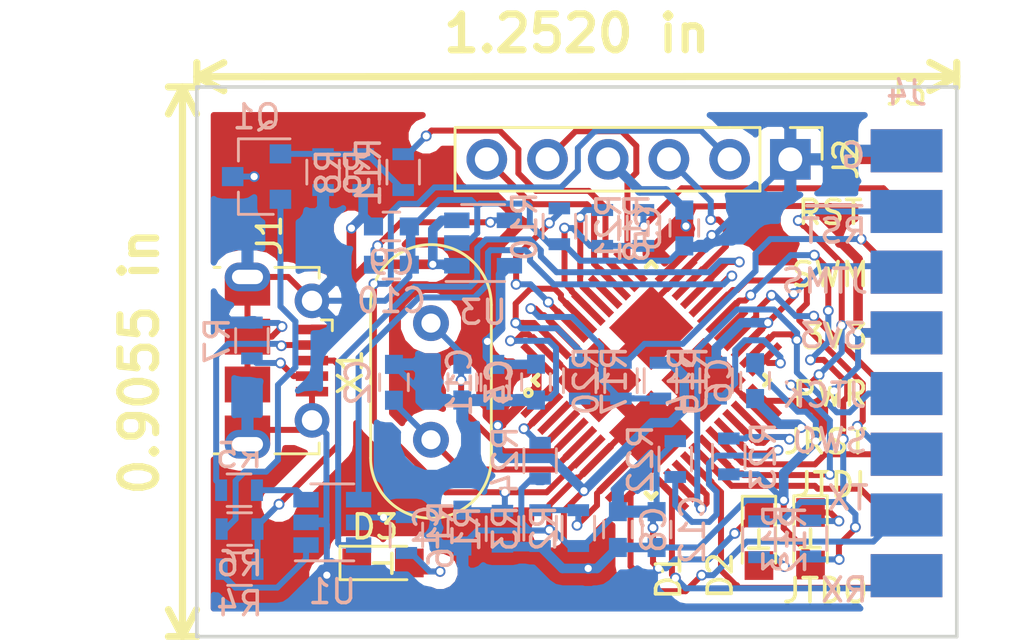
<source format=kicad_pcb>
(kicad_pcb (version 4) (host pcbnew 4.0.7)
  (layers (0 F.Cu signal) (31 B.Cu signal) (34 B.Paste user) (35 F.Paste user) (36 B.SilkS user) (37 F.SilkS user) (38 B.Mask user) (39 F.Mask user) (44 Edge.Cuts user))
  (net 0 "")
  (net 1 /3V3_ST_LINK)
  (net 2 +5V)
  (net 3 "Net-(D1-Pad2)")
  (net 4 "Net-(D2-Pad1)")
  (net 5 "Net-(J1-Pad3)")
  (net 6 /PWR_ENn)
  (net 7 /T_NRST)
  (net 8 /T_SWO)
  (net 9 /STLINK_TX)
  (net 10 /STLINK_RX)
  (net 11 "Net-(Q1-Pad1)")
  (net 12 "Net-(Q1-Pad2)")
  (net 13 /LED_STLINK)
  (net 14 /USB_DP)
  (net 15 /USB_DM)
  (net 16 /USB_RENUMN)
  (net 17 /T_SWDIO_IN)
  (net 18 /SWIM)
  (net 19 /SWIM_RST)
  (net 20 /SWIM_IN)
  (net 21 /SWIM_RST_IN)
  (net 22 /AIN1)
  (net 23 /T_SWIM)
  (net 24 /T_RESET)
  (net 25 /STM_SWCLK_JTCK)
  (net 26 /STM_SWDIO_JTMS)
  (net 27 /T_SWCLK_JTCK)
  (net 28 /T_SWDIO_JTMS)
  (net 29 /NRST)
  (net 30 GND)
  (net 31 "Net-(C2-Pad2)")
  (net 32 "Net-(C3-Pad2)")
  (net 33 "Net-(C10-Pad1)")
  (net 34 "Net-(J1-Pad2)")
  (net 35 "Net-(J1-Pad4)")
  (net 36 "Net-(R4-Pad1)")
  (net 37 "Net-(R5-Pad1)")
  (net 38 "Net-(R10-Pad1)")
  (net 39 "Net-(U2-Pad40)")
  (net 40 "Net-(U2-Pad4)")
  (net 41 "Net-(U2-Pad3)")
  (net 42 "Net-(U2-Pad11)")
  (net 43 "Net-(U2-Pad14)")
  (net 44 "Net-(U2-Pad22)")
  (net 45 "Net-(D3-Pad2)")
  (net 46 /STM_SWO)
  (net 47 /T_JRST)
  (net 48 /T_JTDI)
  (net 49 /T_JTDO)
  (net 50 "Net-(U2-Pad29)")
  (net 51 "Net-(R22-Pad2)")
  (net 52 "Net-(R23-Pad2)")
  (net 53 "Net-(R24-Pad1)")
  (module Resistors_SMD:R_0603 (layer B.Cu) (at 133.065 112.79 270)
    (fp_text reference R24 (at 0 1.45 270) (layer B.SilkS) (effects (justify mirror)))
    (fp_text value 10K)
    (pad 1 smd rect (at -0.75 0 270) (size 0.5 0.9) (layers B.Cu B.Paste B.Mask) (net 53 "Net-(R24-Pad1)"))
    (pad 2 smd rect (at 0.75 0 270) (size 0.5 0.9) (layers B.Cu B.Paste B.Mask) (net 30 GND))
  )
  (module Resistors_SMD:R_0603 (layer B.Cu) (at 140.96 112.61 90)
    (fp_text reference R23 (at 0 1.45 90) (layer B.SilkS) (effects (justify mirror)))
    (fp_text value 10K)
    (pad 1 smd rect (at -0.75 0 90) (size 0.5 0.9) (layers B.Cu B.Paste B.Mask) (net 1 /3V3_ST_LINK))
    (pad 2 smd rect (at 0.75 0 90) (size 0.5 0.9) (layers B.Cu B.Paste B.Mask) (net 52 "Net-(R23-Pad2)"))
  )
  (module Resistors_SMD:R_0603 (layer B.Cu) (at 138.72 112.72 270)
    (fp_text reference R22 (at 0 1.45 270) (layer B.SilkS) (effects (justify mirror)))
    (fp_text value 100K)
    (pad 1 smd rect (at -0.75 0 270) (size 0.5 0.9) (layers B.Cu B.Paste B.Mask) (net 30 GND))
    (pad 2 smd rect (at 0.75 0 270) (size 0.5 0.9) (layers B.Cu B.Paste B.Mask) (net 51 "Net-(R22-Pad2)"))
  )
  (module QFPN48:UFQFPN48 (layer F.Cu) (at 137.716194 109.417707 45)
    (fp_text reference U2 hide)
    (fp_text value stm32)
    (fp_circle (center -4.01 -3.26) (end -3.94 -3.28) (layer F.Cu) (width 0.15))
    (pad 48 smd trapezoid (at -2.75 -3.975 45) (size 0.3 1.75) (layers F.Cu F.Paste F.Mask) (net 1 /3V3_ST_LINK))
    (pad 47 smd trapezoid (at -2.25 -3.975 45) (size 0.3 1.75) (layers F.Cu F.Paste F.Mask) (net 30 GND))
    (pad 46 smd trapezoid (at -1.75 -3.975 45) (size 0.3 1.75) (layers F.Cu F.Paste F.Mask) (net 20 /SWIM_IN))
    (pad 45 smd trapezoid (at -1.25 -3.975 45) (size 0.3 1.75) (layers F.Cu F.Paste F.Mask) (net 18 /SWIM))
    (pad 44 smd trapezoid (at -0.75 -3.975 45) (size 0.3 1.75) (layers F.Cu F.Paste F.Mask) (net 38 "Net-(R10-Pad1)"))
    (pad 43 smd trapezoid (at -0.25 -3.975 225) (size 0.3 1.75) (layers F.Cu F.Paste F.Mask) (net 20 /SWIM_IN))
    (pad 42 smd trapezoid (at 0.25 -3.975 45) (size 0.3 1.75) (layers F.Cu F.Paste F.Mask) (net 19 /SWIM_RST))
    (pad 41 smd trapezoid (at 0.75 -3.975 45) (size 0.3 1.75) (layers F.Cu F.Paste F.Mask) (net 21 /SWIM_RST_IN))
    (pad 40 smd trapezoid (at 1.25 -3.975 45) (size 0.3 1.75) (layers F.Cu F.Paste F.Mask) (net 39 "Net-(U2-Pad40)"))
    (pad 39 smd trapezoid (at 1.75 -3.975 45) (size 0.3 1.75) (layers F.Cu F.Paste F.Mask) (net 46 /STM_SWO))
    (pad 38 smd trapezoid (at 2.25 -3.975 45) (size 0.3 1.75) (layers F.Cu F.Paste F.Mask) (net 16 /USB_RENUMN))
    (pad 37 smd trapezoid (at 2.75 -3.975 45) (size 0.3 1.75) (layers F.Cu F.Paste F.Mask) (net 25 /STM_SWCLK_JTCK))
    (pad 7 smd trapezoid (at -3.975 0.25 135) (size 0.3 1.75) (layers F.Cu F.Paste F.Mask) (net 29 /NRST))
    (pad 6 smd trapezoid (at -3.975 -0.25 135) (size 0.3 1.75) (layers F.Cu F.Paste F.Mask) (net 31 "Net-(C2-Pad2)"))
    (pad 5 smd trapezoid (at -3.975 -0.75 135) (size 0.3 1.75) (layers F.Cu F.Paste F.Mask) (net 32 "Net-(C3-Pad2)"))
    (pad 4 smd trapezoid (at -3.975 -1.25 135) (size 0.3 1.75) (layers F.Cu F.Paste F.Mask) (net 40 "Net-(U2-Pad4)"))
    (pad 3 smd trapezoid (at -3.975 -1.75 135) (size 0.3 1.75) (layers F.Cu F.Paste F.Mask) (net 41 "Net-(U2-Pad3)"))
    (pad 2 smd trapezoid (at -3.975 -2.25 135) (size 0.3 1.75) (layers F.Cu F.Paste F.Mask) (net 53 "Net-(R24-Pad1)"))
    (pad 8 smd trapezoid (at -3.975 0.75 135) (size 0.3 1.75) (layers F.Cu F.Paste F.Mask) (net 30 GND))
    (pad 1 smd trapezoid (at -3.975 -2.75 135) (size 0.3 1.75) (layers F.Cu F.Paste F.Mask) (net 1 /3V3_ST_LINK))
    (pad 9 smd trapezoid (at -3.975 1.25 135) (size 0.3 1.75) (layers F.Cu F.Paste F.Mask) (net 1 /3V3_ST_LINK))
    (pad 10 smd trapezoid (at -3.975 1.75 135) (size 0.3 1.75) (layers F.Cu F.Paste F.Mask) (net 22 /AIN1))
    (pad 11 smd trapezoid (at -3.975 2.25 135) (size 0.3 1.75) (layers F.Cu F.Paste F.Mask) (net 42 "Net-(U2-Pad11)"))
    (pad 12 smd trapezoid (at -3.975 2.75 135) (size 0.3 1.75) (layers F.Cu F.Paste F.Mask) (net 9 /STLINK_TX))
    (pad 19 smd trapezoid (at 0.25 3.975 45) (size 0.3 1.75) (layers F.Cu F.Paste F.Mask) (net 47 /T_JRST))
    (pad 18 smd trapezoid (at -0.25 3.975 45) (size 0.3 1.75) (layers F.Cu F.Paste F.Mask) (net 7 /T_NRST))
    (pad 17 smd trapezoid (at -0.75 3.975 45) (size 0.3 1.75) (layers F.Cu F.Paste F.Mask) (net 48 /T_JTDI))
    (pad 16 smd trapezoid (at -1.25 3.975 45) (size 0.3 1.75) (layers F.Cu F.Paste F.Mask) (net 49 /T_JTDO))
    (pad 15 smd trapezoid (at -1.75 3.975 45) (size 0.3 1.75) (layers F.Cu F.Paste F.Mask) (net 27 /T_SWCLK_JTCK))
    (pad 14 smd trapezoid (at -2.25 3.975 45) (size 0.3 1.75) (layers F.Cu F.Paste F.Mask) (net 43 "Net-(U2-Pad14)"))
    (pad 13 smd trapezoid (at -2.75 3.975 45) (size 0.3 1.75) (layers F.Cu F.Paste F.Mask) (net 10 /STLINK_RX))
    (pad 20 smd trapezoid (at 0.75 3.975 45) (size 0.3 1.75) (layers F.Cu F.Paste F.Mask) (net 51 "Net-(R22-Pad2)"))
    (pad 21 smd trapezoid (at 1.25 3.975 45) (size 0.3 1.75) (layers F.Cu F.Paste F.Mask) (net 52 "Net-(R23-Pad2)"))
    (pad 22 smd trapezoid (at 1.75 3.975 45) (size 0.3 1.75) (layers F.Cu F.Paste F.Mask) (net 44 "Net-(U2-Pad22)"))
    (pad 23 smd trapezoid (at 2.25 3.975 45) (size 0.3 1.75) (layers F.Cu F.Paste F.Mask) (net 30 GND))
    (pad 24 smd trapezoid (at 2.75 3.975 45) (size 0.3 1.75) (layers F.Cu F.Paste F.Mask) (net 1 /3V3_ST_LINK))
    (pad 31 smd trapezoid (at 3.975 -0.25 135) (size 0.3 1.75) (layers F.Cu F.Paste F.Mask) (net 8 /T_SWO))
    (pad 30 smd trapezoid (at 3.975 0.25 135) (size 0.3 1.75) (layers F.Cu F.Paste F.Mask) (net 13 /LED_STLINK))
    (pad 32 smd trapezoid (at 3.975 -0.75 135) (size 0.3 1.75) (layers F.Cu F.Paste F.Mask) (net 15 /USB_DM))
    (pad 33 smd trapezoid (at 3.975 -1.25 135) (size 0.3 1.75) (layers F.Cu F.Paste F.Mask) (net 14 /USB_DP))
    (pad 34 smd trapezoid (at 3.975 -1.75 135) (size 0.3 1.75) (layers F.Cu F.Paste F.Mask) (net 26 /STM_SWDIO_JTMS))
    (pad 35 smd trapezoid (at 3.975 -2.25 135) (size 0.3 1.75) (layers F.Cu F.Paste F.Mask) (net 30 GND))
    (pad 36 smd trapezoid (at 3.975 -2.75 135) (size 0.3 1.75) (layers F.Cu F.Paste F.Mask) (net 1 /3V3_ST_LINK))
    (pad 29 smd trapezoid (at 3.975 0.75 135) (size 0.3 1.75) (layers F.Cu F.Paste F.Mask) (net 50 "Net-(U2-Pad29)"))
    (pad 28 smd trapezoid (at 3.975 1.25 135) (size 0.3 1.75) (layers F.Cu F.Paste F.Mask) (net 6 /PWR_ENn))
    (pad 27 smd trapezoid (at 3.975 1.75 135) (size 0.3 1.75) (layers F.Cu F.Paste F.Mask) (net 28 /T_SWDIO_JTMS))
    (pad 26 smd trapezoid (at 3.975 2.25 135) (size 0.3 1.75) (layers F.Cu F.Paste F.Mask) (net 27 /T_SWCLK_JTCK))
    (pad 25 smd trapezoid (at 3.975 2.75 135) (size 0.3 1.75) (layers F.Cu F.Paste F.Mask) (net 17 /T_SWDIO_IN))
    (pad 0 smd rect (at -1.55 -1.55 45) (size 2.5 2.5) (layers F.Cu F.Paste F.Mask) (net 30 GND))
    (pad 0 smd rect (at 1.55 1.55 45) (size 2.5 2.5) (layers F.Cu F.Paste F.Mask) (net 30 GND))
    (pad 0 smd rect (at 1.55 -1.55 45) (size 2.5 2.5) (layers F.Cu F.Paste F.Mask) (net 30 GND))
    (pad 0 smd rect (at -1.55 1.55 45) (size 2.5 2.5) (layers F.Cu F.Paste F.Mask) (net 30 GND))
  )
  (module Connectors_USB:USB_Micro-B_Molex-105017-0001 (layer F.Cu) (at 121.1702 108.6 270)
    (fp_text reference J1 (at -5.24 -0.5698 270) (layer F.SilkS))
    (fp_text value USB_OTG)
    (pad 6 smd rect (at 1 0.35 270) (size 1.5 1.9) (layers F.Cu F.Paste F.Mask) (net 30 GND))
    (pad 6 thru_hole circle (at -2.5 -2.35 270) (size 1.45 1.45) (drill 0.85) (layers *.Cu *.Mask) (net 30 GND))
    (pad 2 smd rect (at -0.65 -2.35 270) (size 0.4 1.35) (layers F.Cu F.Paste F.Mask) (net 34 "Net-(J1-Pad2)"))
    (pad 1 smd rect (at -1.3 -2.35 270) (size 0.4 1.35) (layers F.Cu F.Paste F.Mask) (net 2 +5V))
    (pad 5 smd rect (at 1.3 -2.35 270) (size 0.4 1.35) (layers F.Cu F.Paste F.Mask) (net 30 GND))
    (pad 4 smd rect (at 0.65 -2.35 270) (size 0.4 1.35) (layers F.Cu F.Paste F.Mask) (net 35 "Net-(J1-Pad4)"))
    (pad 3 smd rect (at 0 -2.35 270) (size 0.4 1.35) (layers F.Cu F.Paste F.Mask) (net 5 "Net-(J1-Pad3)"))
    (pad 6 thru_hole circle (at 2.5 -2.35 270) (size 1.45 1.45) (drill 0.85) (layers *.Cu *.Mask) (net 30 GND))
    (pad 6 smd rect (at -1 0.35 270) (size 1.5 1.9) (layers F.Cu F.Paste F.Mask) (net 30 GND))
    (pad 6 thru_hole oval (at -3.5 0.35 90) (size 1.2 1.9) (drill oval 0.6 1.3) (layers *.Cu *.Mask) (net 30 GND))
    (pad 6 thru_hole oval (at 3.5 0.35 270) (size 1.2 1.9) (drill oval 0.6 1.3) (layers *.Cu *.Mask) (net 30 GND))
    (pad 6 smd rect (at 2.9 0.35 270) (size 1.2 1.9) (layers F.Cu F.Mask) (net 30 GND))
    (pad 6 smd rect (at -2.9 0.35 270) (size 1.2 1.9) (layers F.Cu F.Mask) (net 30 GND))
  )
  (module MetalPad:METAL_PAD (layer B.Cu) (at 148.4 99.82 180)
    (fp_text reference J4 (at 0 2.42 180) (layer B.SilkS) (effects (font (thickness 0.153)) (justify mirror)))
    (fp_text value Conn_01x08)
    (pad 1 connect trapezoid (at 0 0 180) (size 3 1.8) (layers B.Cu B.Mask) (net 30 GND))
    (pad 2 connect trapezoid (at 0 -2.54 180) (size 3 1.8) (layers B.Cu B.Mask) (net 7 /T_NRST))
    (pad 3 connect trapezoid (at 0 -5.08 180) (size 3 1.8) (layers B.Cu B.Mask) (net 28 /T_SWDIO_JTMS))
    (pad 4 connect trapezoid (at 0 -7.62 180) (size 3 1.8) (layers B.Cu B.Mask) (net 1 /3V3_ST_LINK))
    (pad 5 connect trapezoid (at 0 -10.16 180) (size 3 1.8) (layers B.Cu B.Mask) (net 27 /T_SWCLK_JTCK))
    (pad 6 connect trapezoid (at 0 -12.7 180) (size 3 1.8) (layers B.Cu B.Mask) (net 8 /T_SWO))
    (pad 7 connect trapezoid (at 0 -15.24 180) (size 3 1.8) (layers B.Cu B.Mask) (net 9 /STLINK_TX))
    (pad 8 connect trapezoid (at 0 -17.78 180) (size 3 1.8) (layers B.Cu B.Mask) (net 10 /STLINK_RX))
  )
  (module MetalPad:METAL_PAD (layer F.Cu) (at 148.4 99.82)
    (fp_text reference J3 (at 0 -2.42) (layer F.SilkS) (effects (font (thickness 0.153))))
    (fp_text value Conn_01x08)
    (pad 1 connect trapezoid (at 0 0) (size 3 1.8) (layers F.Cu F.Mask) (net 30 GND))
    (pad 2 connect trapezoid (at 0 2.54) (size 3 1.8) (layers F.Cu F.Mask) (net 24 /T_RESET))
    (pad 3 connect trapezoid (at 0 5.08) (size 3 1.8) (layers F.Cu F.Mask) (net 23 /T_SWIM))
    (pad 4 connect trapezoid (at 0 7.62) (size 3 1.8) (layers F.Cu F.Mask) (net 1 /3V3_ST_LINK))
    (pad 5 connect trapezoid (at 0 10.16) (size 3 1.8) (layers F.Cu F.Mask) (net 6 /PWR_ENn))
    (pad 6 connect trapezoid (at 0 12.7) (size 3 1.8) (layers F.Cu F.Mask) (net 47 /T_JRST))
    (pad 7 connect trapezoid (at 0 15.24) (size 3 1.8) (layers F.Cu F.Mask) (net 48 /T_JTDI))
    (pad 8 connect trapezoid (at 0 17.78) (size 3 1.8) (layers F.Cu F.Mask) (net 49 /T_JTDO))
  )
  (module Socket_Strips:Socket_Strip_Straight_1x06_Pitch2.54mm (layer F.Cu) (at 143.5354 100.1776 270)
    (fp_text reference J2 (at 0 -2.33 270) (layer F.SilkS))
    (fp_text value Conn_01x06)
    (pad 1 thru_hole rect (at 0 0 270) (size 1.7 1.7) (drill 1) (layers *.Cu *.Mask) (net 30 GND))
    (pad 2 thru_hole oval (at 0 2.54 270) (size 1.7 1.7) (drill 1) (layers *.Cu *.Mask) (net 29 /NRST))
    (pad 3 thru_hole oval (at 0 5.08 270) (size 1.7 1.7) (drill 1) (layers *.Cu *.Mask) (net 26 /STM_SWDIO_JTMS))
    (pad 4 thru_hole oval (at 0 7.62 270) (size 1.7 1.7) (drill 1) (layers *.Cu *.Mask) (net 1 /3V3_ST_LINK))
    (pad 5 thru_hole oval (at 0 10.16 270) (size 1.7 1.7) (drill 1) (layers *.Cu *.Mask) (net 25 /STM_SWCLK_JTCK))
    (pad 6 thru_hole oval (at 0 12.7 270) (size 1.7 1.7) (drill 1) (layers *.Cu *.Mask) (net 46 /STM_SWO))
  )
  (module Resistors_SMD:R_0603 (layer B.Cu) (at 135.67 103.05 90)
    (fp_text reference R18 (at 0 1.45 90) (layer B.SilkS) (effects (justify mirror)))
    (fp_text value 220)
    (pad 1 smd rect (at -0.75 0 90) (size 0.5 0.9) (layers B.Cu B.Paste B.Mask) (net 19 /SWIM_RST))
    (pad 2 smd rect (at 0.75 0 90) (size 0.5 0.9) (layers B.Cu B.Paste B.Mask) (net 21 /SWIM_RST_IN))
  )
  (module Resistors_SMD:R_0603 (layer B.Cu) (at 134.7216 109.44 90)
    (fp_text reference R17 (at 0 1.45 90) (layer B.SilkS) (effects (justify mirror)))
    (fp_text value 220)
    (pad 1 smd rect (at -0.75 0 90) (size 0.5 0.9) (layers B.Cu B.Paste B.Mask) (net 18 /SWIM))
    (pad 2 smd rect (at 0.75 0 90) (size 0.5 0.9) (layers B.Cu B.Paste B.Mask) (net 20 /SWIM_IN))
  )
  (module Capacitors_SMD:C_0603 (layer B.Cu) (at 136.32 115.67 90)
    (fp_text reference C8 (at 0 1.5 90) (layer B.SilkS) (effects (justify mirror)))
    (fp_text value 100nF)
    (pad 2 smd rect (at 0.75 0 90) (size 0.8 0.75) (layers B.Cu B.Paste B.Mask) (net 30 GND))
    (pad 1 smd rect (at -0.75 0 90) (size 0.8 0.75) (layers B.Cu B.Paste B.Mask) (net 1 /3V3_ST_LINK))
  )
  (module Capacitors_SMD:C_0603 (layer B.Cu) (at 142.0622 109.44 270)
    (fp_text reference C6 (at 0 1.5 270) (layer B.SilkS) (effects (justify mirror)))
    (fp_text value 100nF)
    (pad 2 smd rect (at 0.75 0 270) (size 0.8 0.75) (layers B.Cu B.Paste B.Mask) (net 30 GND))
    (pad 1 smd rect (at -0.75 0 270) (size 0.8 0.75) (layers B.Cu B.Paste B.Mask) (net 1 /3V3_ST_LINK))
  )
  (module Capacitors_SMD:C_0603 (layer B.Cu) (at 139.1 103.05 270)
    (fp_text reference C5 (at 0 1.5 270) (layer B.SilkS) (effects (justify mirror)))
    (fp_text value 100nF)
    (pad 2 smd rect (at 0.75 0 270) (size 0.8 0.75) (layers B.Cu B.Paste B.Mask) (net 30 GND))
    (pad 1 smd rect (at -0.75 0 270) (size 0.8 0.75) (layers B.Cu B.Paste B.Mask) (net 1 /3V3_ST_LINK))
  )
  (module Capacitors_SMD:C_0603 (layer B.Cu) (at 132.8928 109.4994 270)
    (fp_text reference C4 (at 0 1.5 270) (layer B.SilkS) (effects (justify mirror)))
    (fp_text value 100nF)
    (pad 2 smd rect (at 0.75 0 270) (size 0.8 0.75) (layers B.Cu B.Paste B.Mask) (net 30 GND))
    (pad 1 smd rect (at -0.75 0 270) (size 0.8 0.75) (layers B.Cu B.Paste B.Mask) (net 1 /3V3_ST_LINK))
  )
  (module Resistors_SMD:R_0603 (layer B.Cu) (at 127.47 115.9 90)
    (fp_text reference R16 (at 0 1.45 90) (layer B.SilkS) (effects (justify mirror)))
    (fp_text value 510)
    (pad 1 smd rect (at -0.75 0 90) (size 0.5 0.9) (layers B.Cu B.Paste B.Mask) (net 45 "Net-(D3-Pad2)"))
    (pad 2 smd rect (at 0.75 0 90) (size 0.5 0.9) (layers B.Cu B.Paste B.Mask) (net 1 /3V3_ST_LINK))
  )
  (module Resistors_SMD:R_0603 (layer B.Cu) (at 144.380912 116.04615 270)
    (fp_text reference R13 (at 0 1.45 270) (layer B.SilkS) (effects (justify mirror)))
    (fp_text value 510)
    (pad 1 smd rect (at -0.75 0 270) (size 0.5 0.9) (layers B.Cu B.Paste B.Mask) (net 4 "Net-(D2-Pad1)"))
    (pad 2 smd rect (at 0.75 0 270) (size 0.5 0.9) (layers B.Cu B.Paste B.Mask) (net 13 /LED_STLINK))
  )
  (module Resistors_SMD:R_0603 (layer B.Cu) (at 142.2236 116.077 90)
    (fp_text reference R12 (at 0 1.45 90) (layer B.SilkS) (effects (justify mirror)))
    (fp_text value 510)
    (pad 1 smd rect (at -0.75 0 90) (size 0.5 0.9) (layers B.Cu B.Paste B.Mask) (net 3 "Net-(D1-Pad2)"))
    (pad 2 smd rect (at 0.75 0 90) (size 0.5 0.9) (layers B.Cu B.Paste B.Mask) (net 13 /LED_STLINK))
  )
  (module TO_SOT_Packages_SMD:SOT-23-6 (layer B.Cu) (at 124.37 115.37)
    (fp_text reference U1 (at 0 2.9) (layer B.SilkS) (effects (justify mirror)))
    (fp_text value USBLC6-2SC6)
    (pad 1 smd rect (at -1.1 0.95) (size 1.06 0.65) (layers B.Cu B.Paste B.Mask) (net 36 "Net-(R4-Pad1)"))
    (pad 2 smd rect (at -1.1 0) (size 1.06 0.65) (layers B.Cu B.Paste B.Mask) (net 30 GND))
    (pad 3 smd rect (at -1.1 -0.95) (size 1.06 0.65) (layers B.Cu B.Paste B.Mask) (net 37 "Net-(R5-Pad1)"))
    (pad 4 smd rect (at 1.1 -0.95) (size 1.06 0.65) (layers B.Cu B.Paste B.Mask) (net 15 /USB_DM))
    (pad 6 smd rect (at 1.1 0.95) (size 1.06 0.65) (layers B.Cu B.Paste B.Mask) (net 14 /USB_DP))
    (pad 5 smd rect (at 1.1 0) (size 1.06 0.65) (layers B.Cu B.Paste B.Mask) (net 1 /3V3_ST_LINK))
  )
  (module Resistors_SMD:R_0603 (layer B.Cu) (at 137.39 103.05 270)
    (fp_text reference R21 (at 0 1.45 270) (layer B.SilkS) (effects (justify mirror)))
    (fp_text value 47)
    (pad 1 smd rect (at -0.75 0 270) (size 0.5 0.9) (layers B.Cu B.Paste B.Mask) (net 24 /T_RESET))
    (pad 2 smd rect (at 0.75 0 270) (size 0.5 0.9) (layers B.Cu B.Paste B.Mask) (net 19 /SWIM_RST))
  )
  (module Resistors_SMD:R_0603 (layer B.Cu) (at 136.4488 109.44 270)
    (fp_text reference R20 (at 0 1.45 270) (layer B.SilkS) (effects (justify mirror)))
    (fp_text value 47)
    (pad 1 smd rect (at -0.75 0 270) (size 0.5 0.9) (layers B.Cu B.Paste B.Mask) (net 23 /T_SWIM))
    (pad 2 smd rect (at 0.75 0 270) (size 0.5 0.9) (layers B.Cu B.Paste B.Mask) (net 18 /SWIM))
  )
  (module Resistors_SMD:R_0603 (layer B.Cu) (at 138.0998 109.44 90)
    (fp_text reference R19 (at 0 1.45 90) (layer B.SilkS) (effects (justify mirror)))
    (fp_text value 680)
    (pad 1 smd rect (at -0.75 0 90) (size 0.5 0.9) (layers B.Cu B.Paste B.Mask) (net 18 /SWIM))
    (pad 2 smd rect (at 0.75 0 90) (size 0.5 0.9) (layers B.Cu B.Paste B.Mask) (net 1 /3V3_ST_LINK))
  )
  (module Resistors_SMD:R_0603 (layer B.Cu) (at 140.43 109.44 270)
    (fp_text reference R14 (at 0 1.45 270) (layer B.SilkS) (effects (justify mirror)))
    (fp_text value 100)
    (pad 1 smd rect (at -0.75 0 270) (size 0.5 0.9) (layers B.Cu B.Paste B.Mask) (net 28 /T_SWDIO_JTMS))
    (pad 2 smd rect (at 0.75 0 270) (size 0.5 0.9) (layers B.Cu B.Paste B.Mask) (net 17 /T_SWDIO_IN))
  )
  (module Resistors_SMD:R_0603 (layer B.Cu) (at 127.3362 100.7134 270)
    (fp_text reference R11 (at 0 1.45 270) (layer B.SilkS) (effects (justify mirror)))
    (fp_text value 100)
    (pad 1 smd rect (at -0.75 0 270) (size 0.5 0.9) (layers B.Cu B.Paste B.Mask) (net 16 /USB_RENUMN))
    (pad 2 smd rect (at 0.75 0 270) (size 0.5 0.9) (layers B.Cu B.Paste B.Mask) (net 11 "Net-(Q1-Pad1)"))
  )
  (module Resistors_SMD:R_0603 (layer B.Cu) (at 133.87 102.98 270)
    (fp_text reference R10 (at 0 1.45 270) (layer B.SilkS) (effects (justify mirror)))
    (fp_text value 100K)
    (pad 1 smd rect (at -0.75 0 270) (size 0.5 0.9) (layers B.Cu B.Paste B.Mask) (net 38 "Net-(R10-Pad1)"))
    (pad 2 smd rect (at 0.75 0 270) (size 0.5 0.9) (layers B.Cu B.Paste B.Mask) (net 30 GND))
  )
  (module Resistors_SMD:R_0603 (layer B.Cu) (at 123.9834 100.7134 90)
    (fp_text reference R9 (at 0 1.45 90) (layer B.SilkS) (effects (justify mirror)))
    (fp_text value 36K)
    (pad 1 smd rect (at -0.75 0 90) (size 0.5 0.9) (layers B.Cu B.Paste B.Mask) (net 30 GND))
    (pad 2 smd rect (at 0.75 0 90) (size 0.5 0.9) (layers B.Cu B.Paste B.Mask) (net 11 "Net-(Q1-Pad1)"))
  )
  (module Resistors_SMD:R_0603 (layer B.Cu) (at 125.6598 100.7134 270)
    (fp_text reference R8 (at 0 1.45 270) (layer B.SilkS) (effects (justify mirror)))
    (fp_text value 10K)
    (pad 1 smd rect (at -0.75 0 270) (size 0.5 0.9) (layers B.Cu B.Paste B.Mask) (net 11 "Net-(Q1-Pad1)"))
    (pad 2 smd rect (at 0.75 0 270) (size 0.5 0.9) (layers B.Cu B.Paste B.Mask) (net 2 +5V))
  )
  (module Resistors_SMD:R_0603 (layer B.Cu) (at 121.0056 107.7588 270)
    (fp_text reference R7 (at 0 1.45 270) (layer B.SilkS) (effects (justify mirror)))
    (fp_text value 100K)
    (pad 1 smd rect (at -0.75 0 270) (size 0.5 0.9) (layers B.Cu B.Paste B.Mask) (net 30 GND))
    (pad 2 smd rect (at 0.75 0 270) (size 0.5 0.9) (layers B.Cu B.Paste B.Mask) (net 35 "Net-(J1-Pad4)"))
  )
  (module Resistors_SMD:R_0603 (layer B.Cu) (at 120.4906 115.6492)
    (fp_text reference R6 (at 0 1.45) (layer B.SilkS) (effects (justify mirror)))
    (fp_text value 4K7)
    (pad 1 smd rect (at -0.75 0) (size 0.5 0.9) (layers B.Cu B.Paste B.Mask) (net 12 "Net-(Q1-Pad2)"))
    (pad 2 smd rect (at 0.75 0) (size 0.5 0.9) (layers B.Cu B.Paste B.Mask) (net 5 "Net-(J1-Pad3)"))
  )
  (module Resistors_SMD:R_0603 (layer B.Cu) (at 120.4666 114.0236 180)
    (fp_text reference R5 (at 0 1.45 180) (layer B.SilkS) (effects (justify mirror)))
    (fp_text value 20)
    (pad 1 smd rect (at -0.75 0 180) (size 0.5 0.9) (layers B.Cu B.Paste B.Mask) (net 37 "Net-(R5-Pad1)"))
    (pad 2 smd rect (at 0.75 0 180) (size 0.5 0.9) (layers B.Cu B.Paste B.Mask) (net 34 "Net-(J1-Pad2)"))
  )
  (module Resistors_SMD:R_0603 (layer B.Cu) (at 120.4906 117.3256)
    (fp_text reference R4 (at 0 1.45) (layer B.SilkS) (effects (justify mirror)))
    (fp_text value 20)
    (pad 1 smd rect (at -0.75 0) (size 0.5 0.9) (layers B.Cu B.Paste B.Mask) (net 36 "Net-(R4-Pad1)"))
    (pad 2 smd rect (at 0.75 0) (size 0.5 0.9) (layers B.Cu B.Paste B.Mask) (net 5 "Net-(J1-Pad3)"))
  )
  (module Resistors_SMD:R_0603 (layer B.Cu) (at 133.065 115.6104 270)
    (fp_text reference R3 (at 0 1.45 270) (layer B.SilkS) (effects (justify mirror)))
    (fp_text value 4K7)
    (pad 1 smd rect (at -0.75 0 270) (size 0.5 0.9) (layers B.Cu B.Paste B.Mask) (net 22 /AIN1))
    (pad 2 smd rect (at 0.75 0 270) (size 0.5 0.9) (layers B.Cu B.Paste B.Mask) (net 1 /3V3_ST_LINK))
  )
  (module Resistors_SMD:R_0603 (layer B.Cu) (at 134.6652 115.6104 270)
    (fp_text reference R2 (at 0 1.45 270) (layer B.SilkS) (effects (justify mirror)))
    (fp_text value 4K7)
    (pad 1 smd rect (at -0.75 0 270) (size 0.5 0.9) (layers B.Cu B.Paste B.Mask) (net 22 /AIN1))
    (pad 2 smd rect (at 0.75 0 270) (size 0.5 0.9) (layers B.Cu B.Paste B.Mask) (net 30 GND))
  )
  (module Resistors_SMD:R_0603 (layer B.Cu) (at 131.4902 115.6358 270)
    (fp_text reference R1 (at 0 1.45 270) (layer B.SilkS) (effects (justify mirror)))
    (fp_text value 100K)
    (pad 1 smd rect (at -0.75 0 270) (size 0.5 0.9) (layers B.Cu B.Paste B.Mask) (net 29 /NRST))
    (pad 2 smd rect (at 0.75 0 270) (size 0.5 0.9) (layers B.Cu B.Paste B.Mask) (net 1 /3V3_ST_LINK))
  )
  (module TO_SOT_Packages_SMD:SOT-23 (layer B.Cu) (at 121.2 100.9 180)
    (fp_text reference Q1 (at 0 2.5 180) (layer B.SilkS) (effects (justify mirror)))
    (fp_text value MMBT3904)
    (pad 1 smd rect (at -1 0.95 180) (size 0.9 0.8) (layers B.Cu B.Paste B.Mask) (net 11 "Net-(Q1-Pad1)"))
    (pad 2 smd rect (at -1 -0.95 180) (size 0.9 0.8) (layers B.Cu B.Paste B.Mask) (net 12 "Net-(Q1-Pad2)"))
    (pad 3 smd rect (at 1 0 180) (size 0.9 0.8) (layers B.Cu B.Paste B.Mask) (net 1 /3V3_ST_LINK))
  )
  (module Capacitors_SMD:C_0603 (layer B.Cu) (at 131.19 109.51 270)
    (fp_text reference C11 (at 0 1.5 270) (layer B.SilkS) (effects (justify mirror)))
    (fp_text value 10uF)
    (pad 2 smd rect (at 0.75 0 270) (size 0.8 0.75) (layers B.Cu B.Paste B.Mask) (net 30 GND))
    (pad 1 smd rect (at -0.75 0 270) (size 0.8 0.75) (layers B.Cu B.Paste B.Mask) (net 1 /3V3_ST_LINK))
  )
  (module Capacitors_SMD:C_0603 (layer B.Cu) (at 126.8426 102.9876)
    (fp_text reference C9 (at 0 1.5) (layer B.SilkS) (effects (justify mirror)))
    (fp_text value 22nF)
    (pad 2 smd rect (at 0.75 0) (size 0.8 0.75) (layers B.Cu B.Paste B.Mask) (net 30 GND))
    (pad 1 smd rect (at -0.75 0) (size 0.8 0.75) (layers B.Cu B.Paste B.Mask) (net 2 +5V))
  )
  (module Capacitors_SMD:C_0603 (layer B.Cu) (at 129.81 109.5 90)
    (fp_text reference C3 (at 0 1.5 90) (layer B.SilkS) (effects (justify mirror)))
    (fp_text value 20pF)
    (pad 2 smd rect (at 0.75 0 90) (size 0.8 0.75) (layers B.Cu B.Paste B.Mask) (net 32 "Net-(C3-Pad2)"))
    (pad 1 smd rect (at -0.75 0 90) (size 0.8 0.75) (layers B.Cu B.Paste B.Mask) (net 30 GND))
  )
  (module Capacitors_SMD:C_0603 (layer B.Cu) (at 126.95 109.51 270)
    (fp_text reference C2 (at 0 1.5 270) (layer B.SilkS) (effects (justify mirror)))
    (fp_text value 20pF)
    (pad 2 smd rect (at 0.75 0 270) (size 0.8 0.75) (layers B.Cu B.Paste B.Mask) (net 31 "Net-(C2-Pad2)"))
    (pad 1 smd rect (at -0.75 0 270) (size 0.8 0.75) (layers B.Cu B.Paste B.Mask) (net 30 GND))
  )
  (module Capacitors_SMD:C_0603 (layer B.Cu) (at 129.8138 115.6104 270)
    (fp_text reference C1 (at 0 1.5 270) (layer B.SilkS) (effects (justify mirror)))
    (fp_text value 100nF)
    (pad 2 smd rect (at 0.75 0 270) (size 0.8 0.75) (layers B.Cu B.Paste B.Mask) (net 30 GND))
    (pad 1 smd rect (at -0.75 0 270) (size 0.8 0.75) (layers B.Cu B.Paste B.Mask) (net 29 /NRST))
  )
  (module Capacitors_SMD:C_0603 (layer B.Cu) (at 137.94 115.67 90)
    (fp_text reference C12 (at 0 1.5 90) (layer B.SilkS) (effects (justify mirror)))
    (fp_text value 100nF)
    (pad 2 smd rect (at 0.75 0 90) (size 0.8 0.75) (layers B.Cu B.Paste B.Mask) (net 30 GND))
    (pad 1 smd rect (at -0.75 0 90) (size 0.8 0.75) (layers B.Cu B.Paste B.Mask) (net 1 /3V3_ST_LINK))
  )
  (module Crystals:Crystal_HC49-4H_Vertical (layer F.Cu) (at 128.4986 111.9124 90)
    (fp_text reference X1 (at 2.8324 -3.3686 90) (layer F.SilkS))
    (fp_text value 8MHz)
    (pad 1 thru_hole circle (at 0 0 90) (size 1.5 1.5) (drill 0.8) (layers *.Cu *.Mask) (net 31 "Net-(C2-Pad2)"))
    (pad 2 thru_hole circle (at 4.88 0 90) (size 1.5 1.5) (drill 0.8) (layers *.Cu *.Mask) (net 32 "Net-(C3-Pad2)"))
  )
  (module Capacitors_SMD:C_0603 (layer B.Cu) (at 126.8426 104.5878)
    (fp_text reference C10 (at 0 1.5) (layer B.SilkS) (effects (justify mirror)))
    (fp_text value 22nF)
    (pad 2 smd rect (at 0.75 0) (size 0.8 0.75) (layers B.Cu B.Paste B.Mask) (net 30 GND))
    (pad 1 smd rect (at -0.75 0) (size 0.8 0.75) (layers B.Cu B.Paste B.Mask) (net 33 "Net-(C10-Pad1)"))
  )
  (module TO_SOT_Packages_SMD:SOT-23-5 (layer B.Cu) (at 130.68 103.68)
    (fp_text reference U3 (at 0 2.9) (layer B.SilkS) (effects (justify mirror)))
    (fp_text value MIC5219-3.3)
    (pad 1 smd rect (at -1.1 0.95) (size 1.06 0.65) (layers B.Cu B.Paste B.Mask) (net 2 +5V))
    (pad 2 smd rect (at -1.1 0) (size 1.06 0.65) (layers B.Cu B.Paste B.Mask) (net 30 GND))
    (pad 3 smd rect (at -1.1 -0.95) (size 1.06 0.65) (layers B.Cu B.Paste B.Mask) (net 2 +5V))
    (pad 4 smd rect (at 1.1 -0.95) (size 1.06 0.65) (layers B.Cu B.Paste B.Mask) (net 33 "Net-(C10-Pad1)"))
    (pad 5 smd rect (at 1.1 0.95) (size 1.06 0.65) (layers B.Cu B.Paste B.Mask) (net 1 /3V3_ST_LINK))
  )
  (module MetalPad:LED_0805 (layer F.Cu) (at 126.492 117.0686)
    (fp_text reference D3 (at -0.332 -1.5086) (layer F.SilkS) (effects (font (thickness 0.153))))
    (fp_text value LED)
    (pad 2 smd rect (at 1.1 0 180) (size 1.2 1.2) (layers F.Cu F.Paste F.Mask) (net 45 "Net-(D3-Pad2)"))
    (pad 1 smd rect (at -1.1 0 180) (size 1.2 1.2) (layers F.Cu F.Paste F.Mask) (net 30 GND))
  )
  (module MetalPad:LED_0805 (layer F.Cu) (at 144.380912 116.05615 270)
    (fp_text reference D2 (at 1.54385 3.780912 450) (layer F.SilkS) (effects (font (thickness 0.153))))
    (fp_text value BLUE_LED)
    (pad 2 smd rect (at 1.1 0 90) (size 1.2 1.2) (layers F.Cu F.Paste F.Mask) (net 1 /3V3_ST_LINK))
    (pad 1 smd rect (at -1.1 0 90) (size 1.2 1.2) (layers F.Cu F.Paste F.Mask) (net 4 "Net-(D2-Pad1)"))
  )
  (module MetalPad:LED_0805 (layer F.Cu) (at 142.2236 116.077 270)
    (fp_text reference D1 (at 1.54385 3.780912 450) (layer F.SilkS) (effects (font (thickness 0.153))))
    (fp_text value RED_LED)
    (pad 2 smd rect (at 1.1 0 90) (size 1.2 1.2) (layers F.Cu F.Paste F.Mask) (net 3 "Net-(D1-Pad2)"))
    (pad 1 smd rect (at -1.1 0 90) (size 1.2 1.2) (layers F.Cu F.Paste F.Mask) (net 30 GND))
  )
  (dimension 23 (width 0.3) (layer F.SilkS) (gr_text "23.000 mm" (at 116.75 108.65 90) (layer F.SilkS) (effects (font (size 1.5 1.5) (thickness 0.3)))) (feature1 (pts (xy 118.7 97.15) (xy 115.4 97.15))) (feature2 (pts (xy 118.7 120.15) (xy 115.4 120.15))) (crossbar (pts (xy 118.1 120.15) (xy 118.1 97.15))) (arrow1a (pts (xy 118.1 97.15) (xy 118.686421 98.276504))) (arrow1b (pts (xy 118.1 97.15) (xy 117.513579 98.276504))) (arrow2a (pts (xy 118.1 120.15) (xy 118.686421 119.023496))) (arrow2b (pts (xy 118.1 120.15) (xy 117.513579 119.023496))))
  (dimension 31.800002 (width 0.3) (layer F.SilkS) (gr_text "31.800 mm" (at 134.599437 95.365001 0.01801754013) (layer F.SilkS) (effects (font (size 1.5 1.5) (thickness 0.3)))) (feature1 (pts (xy 150.5 97.15) (xy 150.499013 94.010001))) (feature2 (pts (xy 118.7 97.16) (xy 118.699013 94.020001))) (crossbar (pts (xy 118.699862 96.720001) (xy 150.499862 96.710001))) (arrow1a (pts (xy 150.499862 96.710001) (xy 149.373543 97.296776))) (arrow1b (pts (xy 150.499862 96.710001) (xy 149.373174 96.123935))) (arrow2a (pts (xy 118.699862 96.720001) (xy 119.82655 97.306067))) (arrow2b (pts (xy 118.699862 96.720001) (xy 119.826181 96.133226))))
  (gr_line (start 150.5 120.15) (end 150.5 97.15) (layer Edge.Cuts) (width 0.15))
  (gr_line (start 118.7 97.15) (end 118.7 120.15) (layer Edge.Cuts) (width 0.15))
  (gr_text RX (at 145.8 118.2) (layer B.SilkS) (effects (font (size 1 1) (thickness 0.153)) (justify mirror)))
  (gr_text TX (at 145.95 114.35) (layer B.SilkS) (effects (font (size 1 1) (thickness 0.153)) (justify mirror)))
  (gr_text SWO (at 145.2 111.95) (layer B.SilkS) (effects (font (size 1 1) (thickness 0.153)) (justify mirror)))
  (gr_text JTCK (at 144.95 110.05) (layer B.SilkS) (effects (font (size 1 1) (thickness 0.153)) (justify mirror)))
  (gr_text 3V3 (at 145.3 107.55) (layer B.SilkS) (effects (font (size 1 1) (thickness 0.153)) (justify mirror)))
  (gr_text JTMS (at 144.975 105.275) (layer B.SilkS) (effects (font (size 1 1) (thickness 0.153)) (justify mirror)))
  (gr_text "___\nRST" (at 145.375 102.375) (layer B.SilkS) (effects (font (size 1 1) (thickness 0.153)) (justify mirror)))
  (gr_text G (at 146.175 100.025) (layer B.SilkS) (effects (font (size 1 1) (thickness 0.153)) (justify mirror)))
  (gr_text G (at 146 100) (layer F.SilkS) (effects (font (size 1 1) (thickness 0.153))))
  (gr_text "JTDO\n" (at 145 118.225) (layer F.SilkS) (effects (font (size 1 1) (thickness 0.153))))
  (gr_text "JTDI\n" (at 145.2 113.8) (layer F.SilkS) (effects (font (size 1 1) (thickness 0.153))))
  (gr_text JRST (at 145 112) (layer F.SilkS) (effects (font (size 1 1) (thickness 0.153))))
  (gr_text PWR (at 145.2 110) (layer F.SilkS) (effects (font (size 1 1) (thickness 0.153))))
  (gr_text 3V3 (at 145.4 107.6) (layer F.SilkS) (effects (font (size 1 1) (thickness 0.153))))
  (gr_text "SWM\n" (at 145.2 105) (layer F.SilkS) (effects (font (size 1 1) (thickness 0.153))))
  (gr_text RST (at 145.2 102.4) (layer F.SilkS) (effects (font (size 1 1) (thickness 0.153))))
  (gr_line (start 118.7 97.15) (end 150.5 97.15) (layer Edge.Cuts) (width 0.15))
  (gr_line (start 150.5 120.15) (end 118.7 120.15) (layer Edge.Cuts) (width 0.15))
  (segment (start 144.61 110.619984) (end 144.605679 110.624305) (width 0.25) (layer F.Cu) (net 1))
  (segment (start 144.605679 110.624305) (end 144.605679 111.968491) (width 0.25) (layer F.Cu) (net 1))
  (segment (start 142.471487 110.283913) (end 144.273929 110.283913) (width 0.25) (layer F.Cu) (net 1))
  (segment (start 144.273929 110.283913) (end 144.61 110.619984) (width 0.25) (layer F.Cu) (net 1))
  (segment (start 144.61 110.619984) (end 145.363428 109.866556) (width 0.25) (layer F.Cu) (net 1))
  (segment (start 130.8608 107.7976) (end 130.8608 104.0892) (width 0.25) (layer F.Cu) (net 1))
  (segment (start 130.8608 104.0892) (end 132.18 102.77) (width 0.25) (layer F.Cu) (net 1))
  (segment (start 145.6 103.6828) (end 145.6928 103.6828) (width 0.4) (layer F.Cu) (net 1))
  (segment (start 145.6928 103.6828) (end 146.37 104.36) (width 0.4) (layer F.Cu) (net 1))
  (segment (start 146.37 104.36) (end 146.37 107.43) (width 0.4) (layer F.Cu) (net 1))
  (segment (start 145.6 103.6828) (end 145.6 102.52) (width 0.25) (layer F.Cu) (net 1))
  (segment (start 145.6 102.52) (end 145.2134 102.1334) (width 0.25) (layer F.Cu) (net 1))
  (segment (start 145.2134 102.1334) (end 141.8844 102.1334) (width 0.25) (layer F.Cu) (net 1))
  (segment (start 131.29 112.520001) (end 131.29 111.32) (width 0.4) (layer B.Cu) (net 1))
  (segment (start 131.459999 112.69) (end 131.29 112.520001) (width 0.4) (layer B.Cu) (net 1))
  (segment (start 133.5434 112.69) (end 131.459999 112.69) (width 0.4) (layer B.Cu) (net 1))
  (segment (start 134.8994 114.046) (end 133.5434 112.69) (width 0.4) (layer B.Cu) (net 1))
  (segment (start 130.8608 110.8908) (end 131.29 111.32) (width 0.4) (layer F.Cu) (net 1))
  (segment (start 130.8608 107.7976) (end 130.8608 110.8908) (width 0.4) (layer F.Cu) (net 1))
  (segment (start 131.546499 111.133501) (end 131.36 111.32) (width 0.4) (layer F.Cu) (net 1))
  (segment (start 131.36 111.32) (end 131.29 111.32) (width 0.4) (layer F.Cu) (net 1))
  (via (at 131.29 111.32) (size 0.453) (drill 0.3) (layers F.Cu B.Cu) (net 1))
  (segment (start 132.396087 110.283913) (end 131.546499 111.133501) (width 0.25) (layer F.Cu) (net 1))
  (segment (start 132.960901 110.283913) (end 132.396087 110.283913) (width 0.25) (layer F.Cu) (net 1))
  (segment (start 132.925538 108.586864) (end 132.925538 109.754462) (width 0.4) (layer F.Cu) (net 1))
  (segment (start 132.925538 109.754462) (end 131.546499 111.133501) (width 0.4) (layer F.Cu) (net 1))
  (segment (start 139.703778 116.42) (end 137.94 116.42) (width 0.25) (layer B.Cu) (net 1))
  (segment (start 143.258924 114.443176) (end 141.680602 114.443176) (width 0.25) (layer B.Cu) (net 1))
  (segment (start 141.680602 114.443176) (end 139.703778 116.42) (width 0.25) (layer B.Cu) (net 1))
  (segment (start 140.96 113.36) (end 142.175748 113.36) (width 0.25) (layer B.Cu) (net 1))
  (segment (start 142.175748 113.36) (end 143.258924 114.443176) (width 0.25) (layer B.Cu) (net 1))
  (segment (start 144.184711 110.73849) (end 144.605679 111.159458) (width 0.25) (layer B.Cu) (net 1))
  (segment (start 143.258924 114.443176) (end 143.258924 113.315246) (width 0.4) (layer B.Cu) (net 1))
  (segment (start 143.258924 113.315246) (end 144.605679 111.968491) (width 0.4) (layer B.Cu) (net 1))
  (segment (start 143.848187 110.73849) (end 144.184711 110.73849) (width 0.25) (layer B.Cu) (net 1))
  (segment (start 142.0622 108.75) (end 142.0622 108.952503) (width 0.25) (layer B.Cu) (net 1))
  (segment (start 142.0622 108.952503) (end 143.848187 110.73849) (width 0.25) (layer B.Cu) (net 1))
  (via (at 144.605679 111.968491) (size 0.453) (drill 0.3) (layers F.Cu B.Cu) (net 1))
  (segment (start 144.605679 111.159458) (end 144.605679 111.968491) (width 0.25) (layer B.Cu) (net 1))
  (via (at 145.363428 109.866556) (size 0.45) (drill 0.3) (layers F.Cu B.Cu) (net 1))
  (segment (start 146.37 108.859984) (end 145.363428 109.866556) (width 0.25) (layer B.Cu) (net 1))
  (segment (start 146.37 107.43) (end 146.37 108.859984) (width 0.25) (layer B.Cu) (net 1))
  (segment (start 143.258924 115.608924) (end 143.258924 114.443176) (width 0.25) (layer F.Cu) (net 1))
  (segment (start 144.380912 117.15615) (end 144.380912 116.730912) (width 0.25) (layer F.Cu) (net 1))
  (segment (start 144.380912 116.730912) (end 143.258924 115.608924) (width 0.25) (layer F.Cu) (net 1))
  (via (at 143.258924 114.443176) (size 0.45) (drill 0.3) (layers F.Cu B.Cu) (net 1))
  (segment (start 146.38 107.44) (end 146.37 107.43) (width 0.4) (layer B.Cu) (net 1))
  (segment (start 148.4 107.44) (end 146.38 107.44) (width 0.4) (layer B.Cu) (net 1))
  (segment (start 148.4 107.44) (end 146.38 107.44) (width 0.4) (layer F.Cu) (net 1))
  (segment (start 146.38 107.44) (end 146.37 107.43) (width 0.4) (layer F.Cu) (net 1))
  (via (at 146.37 107.43) (size 0.45) (drill 0.3) (layers F.Cu B.Cu) (net 1))
  (segment (start 138.5352 108.6852) (end 139.1 109.25) (width 0.4) (layer B.Cu) (net 1))
  (segment (start 138.0998 108.6852) (end 138.5352 108.6852) (width 0.4) (layer B.Cu) (net 1))
  (segment (start 137.7454 111.2) (end 134.8994 114.046) (width 0.4) (layer B.Cu) (net 1))
  (segment (start 139.1 109.25) (end 139.1 110.605001) (width 0.4) (layer B.Cu) (net 1))
  (segment (start 139.1 110.605001) (end 138.505001 111.2) (width 0.4) (layer B.Cu) (net 1))
  (segment (start 138.505001 111.2) (end 137.7454 111.2) (width 0.4) (layer B.Cu) (net 1))
  (segment (start 138.5824 104.662414) (end 139.15 104.094814) (width 0.25) (layer F.Cu) (net 1))
  (segment (start 139.15 104.094814) (end 139.15 102.990063) (width 0.25) (layer F.Cu) (net 1))
  (segment (start 139.15 102.990063) (end 139.1666 102.973463) (width 0.25) (layer F.Cu) (net 1))
  (segment (start 141.8844 102.1334) (end 140.3666 102.1334) (width 0.25) (layer F.Cu) (net 1))
  (segment (start 140.3666 102.1334) (end 140.35 102.15) (width 0.25) (layer F.Cu) (net 1))
  (segment (start 140.35 102.15) (end 139.525 102.15) (width 0.25) (layer F.Cu) (net 1))
  (segment (start 139.525 102.15) (end 139.1666 102.5084) (width 0.25) (layer F.Cu) (net 1))
  (segment (start 139.1666 102.5084) (end 139.1666 102.973463) (width 0.25) (layer F.Cu) (net 1))
  (segment (start 131.41002 107.24838) (end 130.8608 107.7976) (width 0.4) (layer B.Cu) (net 1))
  (segment (start 131.41002 104.99998) (end 131.41002 107.24838) (width 0.4) (layer B.Cu) (net 1))
  (segment (start 131.78 104.63) (end 131.41002 104.99998) (width 0.4) (layer B.Cu) (net 1))
  (segment (start 136.32 116.42) (end 137.94 116.42) (width 0.4) (layer B.Cu) (net 1))
  (segment (start 135.0772 117.2972) (end 135.4428 117.2972) (width 0.4) (layer B.Cu) (net 1))
  (segment (start 135.4428 117.2972) (end 136.32 116.42) (width 0.4) (layer B.Cu) (net 1))
  (segment (start 133.065 116.3604) (end 134.0018 117.2972) (width 0.4) (layer B.Cu) (net 1))
  (segment (start 134.0018 117.2972) (end 135.0772 117.2972) (width 0.4) (layer B.Cu) (net 1))
  (segment (start 131.4902 116.3858) (end 133.0396 116.3858) (width 0.4) (layer B.Cu) (net 1))
  (segment (start 133.0396 116.3858) (end 133.065 116.3604) (width 0.4) (layer B.Cu) (net 1))
  (segment (start 139.1 102.3) (end 139.1 102.275) (width 0.4) (layer B.Cu) (net 1))
  (segment (start 137.2378 101.5) (end 135.9154 100.1776) (width 0.4) (layer B.Cu) (net 1))
  (segment (start 139.1 102.275) (end 138.325 101.5) (width 0.4) (layer B.Cu) (net 1))
  (segment (start 138.325 101.5) (end 137.2378 101.5) (width 0.4) (layer B.Cu) (net 1))
  (segment (start 131.19 108.76) (end 132.8822 108.76) (width 0.4) (layer B.Cu) (net 1))
  (segment (start 132.8822 108.76) (end 132.8928 108.7494) (width 0.4) (layer B.Cu) (net 1))
  (segment (start 130.8608 107.7976) (end 130.8608 108.4308) (width 0.4) (layer B.Cu) (net 1))
  (segment (start 130.8608 108.4308) (end 131.19 108.76) (width 0.4) (layer B.Cu) (net 1))
  (segment (start 141.859 102.1588) (end 141.8844 102.1334) (width 0.25) (layer F.Cu) (net 1))
  (segment (start 139.1 102.3) (end 139.1 102.95) (width 0.25) (layer B.Cu) (net 1))
  (segment (start 139.1 102.95) (end 139.123463 102.973463) (width 0.25) (layer B.Cu) (net 1))
  (segment (start 139.123463 102.973463) (end 139.1666 102.973463) (width 0.25) (layer B.Cu) (net 1))
  (via (at 139.1666 102.973463) (size 0.453) (drill 0.3) (layers F.Cu B.Cu) (net 1))
  (segment (start 121.1 100.9) (end 120.2 100.9) (width 0.25) (layer B.Cu) (net 1))
  (via (at 121.1 100.9) (size 0.453) (drill 0.3) (layers F.Cu B.Cu) (net 1))
  (segment (start 132.960901 110.283913) (end 132.960901 108.551501) (width 0.25) (layer F.Cu) (net 1))
  (segment (start 130.8608 107.7976) (end 130.8608 108.115798) (width 0.25) (layer F.Cu) (net 1))
  (segment (start 134.0612 116.2812) (end 135.0772 117.2972) (width 0.25) (layer F.Cu) (net 1))
  (segment (start 134.0612 114.8842) (end 134.0612 116.2812) (width 0.25) (layer F.Cu) (net 1))
  (segment (start 134.8994 114.046) (end 134.0612 114.8842) (width 0.25) (layer F.Cu) (net 1))
  (via (at 135.0772 117.2972) (size 0.453) (drill 0.3) (layers F.Cu B.Cu) (net 1))
  (segment (start 130.8608 106.9594) (end 130.8608 107.7976) (width 0.25) (layer F.Cu) (net 1))
  (via (at 130.8608 107.7976) (size 0.453) (drill 0.3) (layers F.Cu B.Cu) (net 1))
  (segment (start 126.5174 115.1636) (end 125.6764 115.1636) (width 0.25) (layer B.Cu) (net 1))
  (segment (start 125.6764 115.1636) (end 125.47 115.37) (width 0.25) (layer B.Cu) (net 1))
  (segment (start 127.47 115.15) (end 126.531 115.15) (width 0.25) (layer B.Cu) (net 1))
  (segment (start 126.531 115.15) (end 126.5174 115.1636) (width 0.25) (layer B.Cu) (net 1))
  (via (at 126.5174 115.1636) (size 0.453) (drill 0.3) (layers F.Cu B.Cu) (net 1))
  (segment (start 135.789328 113.11234) (end 134.8994 114.002268) (width 0.25) (layer F.Cu) (net 1))
  (segment (start 134.8994 114.002268) (end 134.8994 114.046) (width 0.25) (layer F.Cu) (net 1))
  (via (at 134.8994 114.046) (size 0.453) (drill 0.3) (layers F.Cu B.Cu) (net 1))
  (segment (start 128.5748 104.5718) (end 125.8582 104.5718) (width 0.4) (layer F.Cu) (net 2))
  (segment (start 125.8582 104.5718) (end 125.1712 105.2588) (width 0.4) (layer F.Cu) (net 2))
  (segment (start 125.1712 104.5984) (end 125.17 104.5972) (width 0.4) (layer F.Cu) (net 2))
  (segment (start 125.1712 105.2588) (end 125.1712 104.5984) (width 0.4) (layer F.Cu) (net 2))
  (segment (start 125.17 103.06) (end 125.6598 102.5702) (width 0.4) (layer B.Cu) (net 2))
  (segment (start 125.6598 102.5702) (end 125.6598 102.5548) (width 0.4) (layer B.Cu) (net 2))
  (segment (start 125.17 104.5972) (end 125.17 103.06) (width 0.4) (layer F.Cu) (net 2))
  (segment (start 125.6598 101.4634) (end 125.6598 102.5548) (width 0.4) (layer B.Cu) (net 2))
  (segment (start 125.6598 102.5548) (end 126.0926 102.9876) (width 0.4) (layer B.Cu) (net 2))
  (segment (start 128.5748 104.5718) (end 128.5748 103.110199) (width 0.4) (layer B.Cu) (net 2))
  (segment (start 128.954999 102.73) (end 129.58 102.73) (width 0.4) (layer B.Cu) (net 2))
  (segment (start 128.5748 103.110199) (end 128.954999 102.73) (width 0.4) (layer B.Cu) (net 2))
  (segment (start 128.5748 104.5718) (end 129.5218 104.5718) (width 0.4) (layer B.Cu) (net 2))
  (segment (start 129.5218 104.5718) (end 129.58 104.63) (width 0.4) (layer B.Cu) (net 2))
  (segment (start 123.5202 107.3) (end 124.5952 107.3) (width 0.4) (layer F.Cu) (net 2))
  (segment (start 124.5952 107.3) (end 125.17 106.7252) (width 0.4) (layer F.Cu) (net 2))
  (segment (start 125.17 106.7252) (end 125.17 104.5972) (width 0.4) (layer F.Cu) (net 2))
  (segment (start 129.58 104.63) (end 129.268 104.63) (width 0.4) (layer B.Cu) (net 2))
  (segment (start 129.268 104.63) (end 129.2606 104.6226) (width 0.4) (layer B.Cu) (net 2))
  (segment (start 129.2606 104.6226) (end 129.0828 104.6226) (width 0.4) (layer B.Cu) (net 2))
  (via (at 128.5748 104.5718) (size 0.453) (drill 0.3) (layers F.Cu B.Cu) (net 2))
  (segment (start 123.5202 107.3) (end 123.9952 107.3) (width 0.4) (layer F.Cu) (net 2))
  (via (at 125.17 103.06) (size 0.453) (drill 0.3) (layers F.Cu B.Cu) (net 2))
  (segment (start 143.247 117.177) (end 143.29 117.22) (width 0.25) (layer F.Cu) (net 3))
  (segment (start 142.2236 117.177) (end 143.247 117.177) (width 0.25) (layer F.Cu) (net 3))
  (segment (start 143.29 117.1934) (end 143.29 117.22) (width 0.25) (layer B.Cu) (net 3))
  (segment (start 142.9236 116.827) (end 143.29 117.1934) (width 0.25) (layer B.Cu) (net 3))
  (segment (start 142.2236 116.827) (end 142.9236 116.827) (width 0.25) (layer B.Cu) (net 3))
  (via (at 143.29 117.22) (size 0.45) (drill 0.3) (layers F.Cu B.Cu) (net 3))
  (segment (start 144.400762 115.316) (end 144.380912 115.29615) (width 0.25) (layer B.Cu) (net 4))
  (via (at 145.5674 115.316) (size 0.453) (drill 0.3) (layers F.Cu B.Cu) (net 4))
  (segment (start 144.380912 114.95615) (end 145.20755 114.95615) (width 0.25) (layer F.Cu) (net 4))
  (segment (start 145.5674 115.316) (end 144.400762 115.316) (width 0.25) (layer B.Cu) (net 4))
  (segment (start 145.20755 114.95615) (end 145.5674 115.316) (width 0.25) (layer F.Cu) (net 4))
  (segment (start 144.327112 115.24235) (end 144.380912 115.29615) (width 0.25) (layer B.Cu) (net 4))
  (segment (start 122.14 114.61) (end 124.61 112.14) (width 0.25) (layer F.Cu) (net 5))
  (segment (start 124.61 108.7648) (end 124.4452 108.6) (width 0.25) (layer F.Cu) (net 5))
  (segment (start 124.4452 108.6) (end 123.5202 108.6) (width 0.25) (layer F.Cu) (net 5))
  (segment (start 124.61 112.14) (end 124.61 108.7648) (width 0.25) (layer F.Cu) (net 5))
  (segment (start 121.2406 115.6492) (end 121.2406 115.5094) (width 0.25) (layer B.Cu) (net 5))
  (segment (start 121.2406 115.5094) (end 122.14 114.61) (width 0.25) (layer B.Cu) (net 5))
  (via (at 122.14 114.61) (size 0.453) (drill 0.3) (layers F.Cu B.Cu) (net 5))
  (segment (start 121.2406 115.6492) (end 121.2406 117.3256) (width 0.25) (layer B.Cu) (net 5))
  (segment (start 141.410827 107.490841) (end 141.410827 107.455501) (width 0.25) (layer F.Cu) (net 6))
  (segment (start 142.748 105.892) (end 142.748 105.8672) (width 0.25) (layer F.Cu) (net 6))
  (segment (start 141.410827 107.455501) (end 142.107067 106.759261) (width 0.25) (layer F.Cu) (net 6))
  (segment (start 142.107067 106.759261) (end 142.107067 106.532933) (width 0.25) (layer F.Cu) (net 6))
  (segment (start 142.107067 106.532933) (end 142.748 105.892) (width 0.25) (layer F.Cu) (net 6))
  (segment (start 148.35 109.755) (end 147.531636 109.755) (width 0.25) (layer F.Cu) (net 6))
  (segment (start 147.531636 109.755) (end 144.515474 106.738838) (width 0.25) (layer F.Cu) (net 6))
  (segment (start 143.761684 106.738838) (end 144.515474 106.738838) (width 0.25) (layer B.Cu) (net 6))
  (segment (start 142.748 105.8672) (end 142.890046 105.8672) (width 0.25) (layer B.Cu) (net 6))
  (segment (start 142.890046 105.8672) (end 143.761684 106.738838) (width 0.25) (layer B.Cu) (net 6))
  (via (at 144.515474 106.738838) (size 0.45) (drill 0.3) (layers F.Cu B.Cu) (net 6))
  (via (at 142.748 105.8672) (size 0.453) (drill 0.3) (layers F.Cu B.Cu) (net 6))
  (segment (start 145.687089 108.245737) (end 145.687089 107.132622) (width 0.25) (layer B.Cu) (net 7))
  (segment (start 144.7395 109.193326) (end 145.687089 108.245737) (width 0.25) (layer B.Cu) (net 7))
  (segment (start 144.126499 102.966499) (end 145.687089 104.527089) (width 0.25) (layer F.Cu) (net 7))
  (segment (start 144.096499 102.966499) (end 144.126499 102.966499) (width 0.25) (layer F.Cu) (net 7))
  (segment (start 143.87 102.74) (end 144.096499 102.966499) (width 0.25) (layer F.Cu) (net 7))
  (segment (start 145.687089 104.527089) (end 145.687089 107.132622) (width 0.25) (layer F.Cu) (net 7))
  (via (at 145.687089 107.132622) (size 0.45) (drill 0.3) (layers F.Cu B.Cu) (net 7))
  (segment (start 144.30737 109.625456) (end 143.564544 109.625456) (width 0.25) (layer F.Cu) (net 7))
  (segment (start 143.934586 109.851955) (end 143.791043 109.851955) (width 0.25) (layer B.Cu) (net 7))
  (segment (start 145.19 113.36) (end 145.19 111.107369) (width 0.25) (layer B.Cu) (net 7))
  (segment (start 143.791043 109.851955) (end 143.564544 109.625456) (width 0.25) (layer B.Cu) (net 7))
  (segment (start 145.19 111.107369) (end 143.934586 109.851955) (width 0.25) (layer B.Cu) (net 7))
  (via (at 143.564544 109.625456) (size 0.453) (drill 0.3) (layers F.Cu B.Cu) (net 7))
  (segment (start 144.7395 109.193326) (end 144.30737 109.625456) (width 0.25) (layer F.Cu) (net 7))
  (via (at 144.7395 109.193326) (size 0.453) (drill 0.3) (layers F.Cu B.Cu) (net 7))
  (segment (start 144.25 102.36) (end 143.87 102.74) (width 0.25) (layer B.Cu) (net 7))
  (segment (start 148.4 102.36) (end 144.25 102.36) (width 0.25) (layer B.Cu) (net 7))
  (via (at 143.87 102.74) (size 0.453) (drill 0.3) (layers F.Cu B.Cu) (net 7))
  (segment (start 141.266443 113.321509) (end 141.33714 113.32151) (width 0.25) (layer F.Cu) (net 7))
  (segment (start 144.869681 113.36) (end 145.19 113.36) (width 0.25) (layer F.Cu) (net 7))
  (segment (start 140.350167 112.405233) (end 141.266443 113.321509) (width 0.25) (layer F.Cu) (net 7))
  (segment (start 141.513876 113.32151) (end 141.583208 113.390842) (width 0.25) (layer F.Cu) (net 7))
  (segment (start 144.838839 113.390842) (end 144.869681 113.36) (width 0.25) (layer F.Cu) (net 7))
  (segment (start 141.583208 113.390842) (end 144.838839 113.390842) (width 0.25) (layer F.Cu) (net 7))
  (segment (start 141.33714 113.32151) (end 141.513876 113.32151) (width 0.25) (layer F.Cu) (net 7))
  (via (at 145.19 113.36) (size 0.453) (drill 0.3) (layers F.Cu B.Cu) (net 7))
  (segment (start 148.3487 102.124601) (end 148.190723 102.124601) (width 0.25) (layer B.Cu) (net 7))
  (segment (start 148.3378 102.2978) (end 148.4 102.36) (width 0.25) (layer B.Cu) (net 7))
  (segment (start 144.2265 106.213802) (end 143.912555 106.527747) (width 0.25) (layer F.Cu) (net 8))
  (segment (start 143.9285 105.2485) (end 144.2265 105.5465) (width 0.25) (layer F.Cu) (net 8))
  (segment (start 144.2265 105.5465) (end 144.2265 106.213802) (width 0.25) (layer F.Cu) (net 8))
  (segment (start 140.350167 106.430181) (end 141.132503 105.647845) (width 0.25) (layer F.Cu) (net 8))
  (segment (start 141.132503 105.647845) (end 141.310123 105.647845) (width 0.25) (layer F.Cu) (net 8))
  (segment (start 141.310123 105.647845) (end 141.709468 105.2485) (width 0.25) (layer F.Cu) (net 8))
  (segment (start 141.709468 105.2485) (end 143.9285 105.2485) (width 0.25) (layer F.Cu) (net 8))
  (segment (start 143.912555 106.527747) (end 143.912555 106.91375) (width 0.25) (layer F.Cu) (net 8))
  (segment (start 143.912555 106.91375) (end 146.566499 109.567694) (width 0.25) (layer F.Cu) (net 8))
  (segment (start 146.566499 109.567694) (end 146.566499 111.123501) (width 0.25) (layer F.Cu) (net 8))
  (segment (start 146.566499 111.123501) (end 146.34 111.35) (width 0.25) (layer F.Cu) (net 8))
  (segment (start 147.285 112.295) (end 146.34 111.35) (width 0.25) (layer B.Cu) (net 8))
  (segment (start 148.35 112.295) (end 147.285 112.295) (width 0.25) (layer B.Cu) (net 8))
  (via (at 146.34 111.35) (size 0.453) (drill 0.3) (layers F.Cu B.Cu) (net 8))
  (segment (start 139.155229 118.25) (end 139.825238 117.579991) (width 0.25) (layer F.Cu) (net 9))
  (segment (start 136.849988 114.173) (end 136.849988 117.206209) (width 0.25) (layer F.Cu) (net 9))
  (segment (start 136.849988 117.206209) (end 137.893779 118.25) (width 0.25) (layer F.Cu) (net 9))
  (segment (start 137.893779 118.25) (end 139.155229 118.25) (width 0.25) (layer F.Cu) (net 9))
  (segment (start 141.715614 116.175) (end 140.310623 117.579991) (width 0.25) (layer B.Cu) (net 9))
  (segment (start 140.310623 117.579991) (end 139.825238 117.579991) (width 0.25) (layer B.Cu) (net 9))
  (segment (start 147.01 116.175) (end 141.715614 116.175) (width 0.25) (layer B.Cu) (net 9))
  (segment (start 148.35 114.835) (end 147.01 116.175) (width 0.25) (layer B.Cu) (net 9))
  (via (at 139.825238 117.579991) (size 0.45) (drill 0.3) (layers F.Cu B.Cu) (net 9))
  (segment (start 147.595 118.13) (end 139.160009 118.13) (width 0.25) (layer B.Cu) (net 10))
  (segment (start 139.160009 118.13) (end 138.73 117.699991) (width 0.25) (layer B.Cu) (net 10))
  (segment (start 138.5824 114.173) (end 138.5824 117.552391) (width 0.25) (layer F.Cu) (net 10))
  (segment (start 148.35 117.375) (end 147.595 118.13) (width 0.25) (layer B.Cu) (net 10))
  (via (at 138.73 117.699991) (size 0.45) (drill 0.3) (layers F.Cu B.Cu) (net 10))
  (segment (start 138.5824 117.552391) (end 138.73 117.699991) (width 0.25) (layer F.Cu) (net 10))
  (segment (start 122.2 99.95) (end 123.97 99.95) (width 0.25) (layer B.Cu) (net 11))
  (segment (start 123.97 99.95) (end 123.9834 99.9634) (width 0.25) (layer B.Cu) (net 11))
  (segment (start 123.9834 99.9634) (end 125.6598 99.9634) (width 0.25) (layer B.Cu) (net 11))
  (segment (start 125.6598 99.9634) (end 125.8362 99.9634) (width 0.25) (layer B.Cu) (net 11))
  (segment (start 125.8362 99.9634) (end 127.3362 101.4634) (width 0.25) (layer B.Cu) (net 11))
  (segment (start 122.2 101.85) (end 122.2 106.333801) (width 0.25) (layer B.Cu) (net 12))
  (segment (start 122.2 106.333801) (end 122.8256 106.959401) (width 0.25) (layer B.Cu) (net 12))
  (segment (start 122.8256 106.959401) (end 122.8256 108.888401) (width 0.25) (layer B.Cu) (net 12))
  (segment (start 122.095209 109.618792) (end 122.095209 112.754791) (width 0.25) (layer B.Cu) (net 12))
  (segment (start 121.6014 113.2486) (end 120.706599 113.2486) (width 0.25) (layer B.Cu) (net 12))
  (segment (start 122.8256 108.888401) (end 122.095209 109.618792) (width 0.25) (layer B.Cu) (net 12))
  (segment (start 122.095209 112.754791) (end 121.6014 113.2486) (width 0.25) (layer B.Cu) (net 12))
  (segment (start 120.325 113.630199) (end 120.325 115.225) (width 0.25) (layer B.Cu) (net 12))
  (segment (start 120.706599 113.2486) (end 120.325 113.630199) (width 0.25) (layer B.Cu) (net 12))
  (segment (start 120.325 115.225) (end 119.9008 115.6492) (width 0.25) (layer B.Cu) (net 12))
  (segment (start 119.9008 115.6492) (end 119.7406 115.6492) (width 0.25) (layer B.Cu) (net 12))
  (segment (start 146.26 115.57) (end 146.26 115.62) (width 0.25) (layer F.Cu) (net 13))
  (segment (start 146.26 115.62) (end 145.57 116.31) (width 0.25) (layer F.Cu) (net 13))
  (segment (start 145.57 116.31) (end 145.57 116.91) (width 0.25) (layer F.Cu) (net 13))
  (segment (start 145.57 116.91) (end 145.58 116.92) (width 0.25) (layer F.Cu) (net 13))
  (segment (start 144.538745 104.188039) (end 145.125067 104.774361) (width 0.25) (layer F.Cu) (net 13))
  (segment (start 145.125067 107.824935) (end 145.125067 106.513204) (width 0.25) (layer B.Cu) (net 13))
  (segment (start 145.125067 104.774361) (end 145.125067 106.513204) (width 0.25) (layer F.Cu) (net 13))
  (segment (start 144.380002 108.57) (end 145.125067 107.824935) (width 0.25) (layer B.Cu) (net 13))
  (via (at 145.125067 106.513204) (size 0.45) (drill 0.3) (layers F.Cu B.Cu) (net 13))
  (segment (start 144.380002 108.57) (end 144.932395 108.57) (width 0.25) (layer F.Cu) (net 13))
  (segment (start 145.913428 109.551033) (end 145.913428 110.130557) (width 0.25) (layer F.Cu) (net 13))
  (segment (start 145.75 110.293985) (end 145.75 111.89) (width 0.25) (layer F.Cu) (net 13))
  (segment (start 144.932395 108.57) (end 145.913428 109.551033) (width 0.25) (layer F.Cu) (net 13))
  (segment (start 145.913428 110.130557) (end 145.75 110.293985) (width 0.25) (layer F.Cu) (net 13))
  (segment (start 143.552099 104.188039) (end 144.538745 104.188039) (width 0.25) (layer B.Cu) (net 13))
  (segment (start 141.878669 105.861469) (end 143.552099 104.188039) (width 0.25) (layer B.Cu) (net 13))
  (via (at 144.538745 104.188039) (size 0.453) (drill 0.3) (layers F.Cu B.Cu) (net 13))
  (segment (start 143.165613 115.327) (end 143.972613 114.52) (width 0.25) (layer B.Cu) (net 13))
  (segment (start 143.972613 114.52) (end 145.75 114.52) (width 0.25) (layer B.Cu) (net 13))
  (segment (start 145.58 116.92) (end 144.504762 116.92) (width 0.25) (layer B.Cu) (net 13))
  (segment (start 144.504762 116.92) (end 144.380912 116.79615) (width 0.25) (layer B.Cu) (net 13))
  (via (at 145.58 116.92) (size 0.453) (drill 0.3) (layers F.Cu B.Cu) (net 13))
  (segment (start 145.75 114.52) (end 146.26 115.03) (width 0.25) (layer B.Cu) (net 13))
  (segment (start 146.26 115.03) (end 146.26 115.57) (width 0.25) (layer B.Cu) (net 13))
  (via (at 146.26 115.57) (size 0.453) (drill 0.3) (layers F.Cu B.Cu) (net 13))
  (segment (start 145.75 111.89) (end 145.75 114.52) (width 0.25) (layer B.Cu) (net 13))
  (segment (start 142.2236 115.327) (end 143.165613 115.327) (width 0.25) (layer B.Cu) (net 13))
  (via (at 145.75 111.89) (size 0.453) (drill 0.3) (layers F.Cu B.Cu) (net 13))
  (via (at 144.380002 108.57) (size 0.453) (drill 0.3) (layers F.Cu B.Cu) (net 13))
  (segment (start 141.435301 106.087495) (end 141.652643 106.087495) (width 0.25) (layer F.Cu) (net 13))
  (segment (start 141.42849 106.094306) (end 141.435301 106.087495) (width 0.25) (layer F.Cu) (net 13))
  (segment (start 140.70372 106.783734) (end 141.393148 106.094306) (width 0.25) (layer F.Cu) (net 13))
  (segment (start 141.393148 106.094306) (end 141.42849 106.094306) (width 0.25) (layer F.Cu) (net 13))
  (segment (start 141.652643 106.087495) (end 141.878669 105.861469) (width 0.25) (layer F.Cu) (net 13))
  (via (at 141.878669 105.861469) (size 0.45) (drill 0.3) (layers F.Cu B.Cu) (net 13))
  (segment (start 142.2336 115.337) (end 142.2236 115.327) (width 0.25) (layer B.Cu) (net 13))
  (segment (start 125.47 116.32) (end 124.69 116.32) (width 0.25) (layer B.Cu) (net 14))
  (segment (start 127.805831 105.50739) (end 130.133002 105.50739) (width 0.25) (layer B.Cu) (net 14))
  (segment (start 133.095 104.240001) (end 133.756999 104.902) (width 0.25) (layer B.Cu) (net 14))
  (segment (start 140.1318 104.902) (end 140.611116 104.422684) (width 0.25) (layer B.Cu) (net 14))
  (segment (start 141.350165 104.422684) (end 141.401731 104.47425) (width 0.25) (layer B.Cu) (net 14))
  (segment (start 124.69 116.32) (end 124.615 116.245) (width 0.25) (layer B.Cu) (net 14))
  (segment (start 130.435001 103.898588) (end 130.803599 103.52999) (width 0.25) (layer B.Cu) (net 14))
  (segment (start 124.615 116.245) (end 124.615 108.698221) (width 0.25) (layer B.Cu) (net 14))
  (segment (start 124.615 108.698221) (end 127.805831 105.50739) (width 0.25) (layer B.Cu) (net 14))
  (segment (start 130.133002 105.50739) (end 130.435 105.205392) (width 0.25) (layer B.Cu) (net 14))
  (segment (start 130.435 105.205392) (end 130.435001 103.898588) (width 0.25) (layer B.Cu) (net 14))
  (segment (start 130.803599 103.52999) (end 132.635779 103.529991) (width 0.25) (layer B.Cu) (net 14))
  (segment (start 132.635779 103.529991) (end 133.095 103.989211) (width 0.25) (layer B.Cu) (net 14))
  (segment (start 133.095 103.989211) (end 133.095 104.240001) (width 0.25) (layer B.Cu) (net 14))
  (segment (start 133.756999 104.902) (end 140.1318 104.902) (width 0.25) (layer B.Cu) (net 14))
  (segment (start 140.611116 104.422684) (end 141.350165 104.422684) (width 0.25) (layer B.Cu) (net 14))
  (segment (start 140.891884 104.47425) (end 141.401731 104.47425) (width 0.25) (layer F.Cu) (net 14))
  (segment (start 139.64306 105.723074) (end 140.891884 104.47425) (width 0.25) (layer F.Cu) (net 14))
  (via (at 141.401731 104.47425) (size 0.453) (drill 0.3) (layers F.Cu B.Cu) (net 14))
  (segment (start 125.47 114.42) (end 125.47 108.479631) (width 0.25) (layer B.Cu) (net 15))
  (segment (start 125.47 108.479631) (end 127.992231 105.9574) (width 0.25) (layer B.Cu) (net 15))
  (segment (start 130.319403 105.957399) (end 130.88501 105.391792) (width 0.25) (layer B.Cu) (net 15))
  (segment (start 132.449378 103.98) (end 132.64499 104.175612) (width 0.25) (layer B.Cu) (net 15))
  (segment (start 133.628589 105.41) (end 140.736086 105.41) (width 0.25) (layer B.Cu) (net 15))
  (segment (start 127.992231 105.9574) (end 130.319403 105.957399) (width 0.25) (layer B.Cu) (net 15))
  (segment (start 130.88501 105.391792) (end 130.88501 104.084989) (width 0.25) (layer B.Cu) (net 15))
  (segment (start 130.88501 104.084989) (end 130.989999 103.98) (width 0.25) (layer B.Cu) (net 15))
  (segment (start 130.989999 103.98) (end 132.449378 103.98) (width 0.25) (layer B.Cu) (net 15))
  (segment (start 132.64499 104.175612) (end 132.644991 104.426402) (width 0.25) (layer B.Cu) (net 15))
  (segment (start 132.644991 104.426402) (end 133.628589 105.41) (width 0.25) (layer B.Cu) (net 15))
  (segment (start 140.736086 105.41) (end 141.086874 105.059212) (width 0.25) (layer B.Cu) (net 15))
  (segment (start 141.014028 105.059212) (end 141.086874 105.059212) (width 0.25) (layer F.Cu) (net 15))
  (via (at 141.086874 105.059212) (size 0.453) (drill 0.3) (layers F.Cu B.Cu) (net 15))
  (segment (start 139.996613 106.076627) (end 141.014028 105.059212) (width 0.25) (layer F.Cu) (net 15))
  (segment (start 128.2996 99.2) (end 128.3 99.2) (width 0.25) (layer B.Cu) (net 16))
  (segment (start 127.5362 99.9634) (end 128.2996 99.2) (width 0.25) (layer B.Cu) (net 16))
  (segment (start 127.3362 99.9634) (end 127.5362 99.9634) (width 0.25) (layer B.Cu) (net 16))
  (segment (start 131.371802 98.975001) (end 128.524999 98.975001) (width 0.25) (layer F.Cu) (net 16))
  (segment (start 132.1562 100.7618) (end 132.1562 99.759399) (width 0.25) (layer F.Cu) (net 16))
  (segment (start 135.1026 101.4984) (end 132.8928 101.4984) (width 0.25) (layer F.Cu) (net 16))
  (segment (start 128.524999 98.975001) (end 128.3 99.2) (width 0.25) (layer F.Cu) (net 16))
  (segment (start 132.1562 99.759399) (end 131.371802 98.975001) (width 0.25) (layer F.Cu) (net 16))
  (segment (start 135.800195 102.195995) (end 135.1026 101.4984) (width 0.25) (layer F.Cu) (net 16))
  (segment (start 132.8928 101.4984) (end 132.1562 100.7618) (width 0.25) (layer F.Cu) (net 16))
  (segment (start 135.800195 104.319727) (end 135.800195 102.195995) (width 0.25) (layer F.Cu) (net 16))
  (segment (start 136.496435 105.015967) (end 135.800195 104.319727) (width 0.25) (layer F.Cu) (net 16))
  (via (at 128.3 99.2) (size 0.453) (drill 0.3) (layers F.Cu B.Cu) (net 16))
  (segment (start 142.422201 107.75) (end 143.12 108.447799) (width 0.25) (layer B.Cu) (net 17))
  (segment (start 141.63672 107.75) (end 142.422201 107.75) (width 0.25) (layer B.Cu) (net 17))
  (segment (start 143.12 108.447799) (end 143.12 108.7) (width 0.25) (layer B.Cu) (net 17))
  (segment (start 141.23 108.15672) (end 141.63672 107.75) (width 0.25) (layer B.Cu) (net 17))
  (segment (start 140.4366 110.1478) (end 140.6366 110.1478) (width 0.25) (layer B.Cu) (net 17))
  (segment (start 141.23 109.5544) (end 141.23 108.15672) (width 0.25) (layer B.Cu) (net 17))
  (segment (start 140.6366 110.1478) (end 141.23 109.5544) (width 0.25) (layer B.Cu) (net 17))
  (segment (start 143.12 108.7) (end 142.619986 108.7) (width 0.25) (layer F.Cu) (net 17))
  (segment (start 142.619986 108.7) (end 142.471487 108.551501) (width 0.25) (layer F.Cu) (net 17))
  (via (at 143.12 108.7) (size 0.453) (drill 0.3) (layers F.Cu B.Cu) (net 17))
  (segment (start 136.9894 110.1804) (end 136.4004 110.1804) (width 0.25) (layer B.Cu) (net 18))
  (segment (start 136.4004 110.1804) (end 135.62 109.4) (width 0.25) (layer B.Cu) (net 18))
  (segment (start 135.62 109.4) (end 135.62 107.99281) (width 0.25) (layer B.Cu) (net 18))
  (segment (start 135.62 107.99281) (end 134.4022 106.77501) (width 0.25) (layer B.Cu) (net 18))
  (segment (start 134.4022 106.77501) (end 133.023988 106.77501) (width 0.25) (layer B.Cu) (net 18))
  (segment (start 133.023988 106.77501) (end 132.673969 106.424991) (width 0.25) (layer B.Cu) (net 18))
  (segment (start 132.868196 106.424991) (end 132.673969 106.424991) (width 0.25) (layer F.Cu) (net 18))
  (segment (start 133.145606 106.702401) (end 132.868196 106.424991) (width 0.25) (layer F.Cu) (net 18))
  (segment (start 134.021561 107.490841) (end 133.233121 106.702401) (width 0.25) (layer F.Cu) (net 18))
  (segment (start 133.233121 106.702401) (end 133.145606 106.702401) (width 0.25) (layer F.Cu) (net 18))
  (via (at 132.673969 106.424991) (size 0.45) (drill 0.3) (layers F.Cu B.Cu) (net 18))
  (segment (start 136.9894 110.1804) (end 136.9942 110.1852) (width 0.25) (layer B.Cu) (net 18))
  (segment (start 136.9942 110.1852) (end 138.0998 110.1852) (width 0.25) (layer B.Cu) (net 18))
  (segment (start 136.9894 110.1804) (end 134.7264 110.1804) (width 0.25) (layer B.Cu) (net 18))
  (segment (start 134.7264 110.1804) (end 134.7216 110.1852) (width 0.25) (layer B.Cu) (net 18))
  (segment (start 135.082221 106.430181) (end 135.082221 106.394839) (width 0.25) (layer F.Cu) (net 19))
  (segment (start 135.082221 106.394839) (end 134.385982 105.6986) (width 0.25) (layer F.Cu) (net 19))
  (segment (start 134.385982 105.6986) (end 134.385982 105.663242) (width 0.25) (layer F.Cu) (net 19))
  (segment (start 134.385982 105.663242) (end 134.0866 105.36386) (width 0.25) (layer F.Cu) (net 19))
  (segment (start 134.0866 105.36386) (end 134.0866 103.054981) (width 0.25) (layer F.Cu) (net 19))
  (segment (start 135.67 103.8) (end 135.169 103.8) (width 0.25) (layer B.Cu) (net 19))
  (segment (start 135.169 103.8) (end 134.423981 103.054981) (width 0.25) (layer B.Cu) (net 19))
  (segment (start 134.423981 103.054981) (end 134.0866 103.054981) (width 0.25) (layer B.Cu) (net 19))
  (via (at 134.0866 103.054981) (size 0.45) (drill 0.3) (layers F.Cu B.Cu) (net 19))
  (segment (start 135.67 103.8) (end 137.39 103.8) (width 0.25) (layer B.Cu) (net 19))
  (segment (start 134.728668 106.783734) (end 133.935972 105.991038) (width 0.25) (layer F.Cu) (net 20))
  (segment (start 133.935972 105.991038) (end 133.935972 105.849642) (width 0.25) (layer F.Cu) (net 20))
  (segment (start 133.935972 105.849642) (end 133.679442 105.593112) (width 0.25) (layer F.Cu) (net 20))
  (segment (start 133.679442 105.593112) (end 132.663832 105.593112) (width 0.25) (layer F.Cu) (net 20))
  (segment (start 132.663832 105.593112) (end 132.043964 106.21298) (width 0.25) (layer F.Cu) (net 20))
  (segment (start 132.043964 106.21298) (end 132.043964 107.02234) (width 0.25) (layer F.Cu) (net 20))
  (segment (start 134.728668 106.783734) (end 134.794934 106.85) (width 0.25) (layer F.Cu) (net 20))
  (segment (start 134.794934 106.85) (end 134.830274 106.85) (width 0.25) (layer F.Cu) (net 20))
  (segment (start 133.668008 107.844394) (end 133.632666 107.844394) (width 0.25) (layer F.Cu) (net 20))
  (segment (start 133.632666 107.844394) (end 132.813272 107.025) (width 0.25) (layer F.Cu) (net 20))
  (segment (start 132.813272 107.025) (end 132.364822 107.025) (width 0.25) (layer F.Cu) (net 20))
  (segment (start 132.364822 107.025) (end 132.362162 107.02234) (width 0.25) (layer F.Cu) (net 20))
  (segment (start 132.362162 107.02234) (end 132.043964 107.02234) (width 0.25) (layer F.Cu) (net 20))
  (segment (start 134.7216 108.1852) (end 134.7216 108.6852) (width 0.25) (layer B.Cu) (net 20))
  (segment (start 132.268963 107.247339) (end 133.783739 107.247339) (width 0.25) (layer B.Cu) (net 20))
  (segment (start 133.783739 107.247339) (end 134.7216 108.1852) (width 0.25) (layer B.Cu) (net 20))
  (segment (start 132.043964 107.02234) (end 132.268963 107.247339) (width 0.25) (layer B.Cu) (net 20))
  (via (at 132.043964 107.02234) (size 0.45) (drill 0.3) (layers F.Cu B.Cu) (net 20))
  (segment (start 135.435775 106.076627) (end 134.747 105.387852) (width 0.25) (layer F.Cu) (net 21))
  (segment (start 134.747 105.387852) (end 134.747 105.352512) (width 0.25) (layer F.Cu) (net 21))
  (segment (start 134.747 105.068332) (end 134.747 102.607209) (width 0.25) (layer F.Cu) (net 21))
  (segment (start 134.747 105.352512) (end 134.739535 105.345047) (width 0.25) (layer F.Cu) (net 21))
  (segment (start 134.739535 105.345047) (end 134.739535 105.075797) (width 0.25) (layer F.Cu) (net 21))
  (segment (start 134.739535 105.075797) (end 134.747 105.068332) (width 0.25) (layer F.Cu) (net 21))
  (segment (start 134.97 102.3) (end 134.747 102.523) (width 0.25) (layer B.Cu) (net 21))
  (segment (start 135.67 102.3) (end 134.97 102.3) (width 0.25) (layer B.Cu) (net 21))
  (segment (start 134.747 102.523) (end 134.747 102.607209) (width 0.25) (layer B.Cu) (net 21))
  (via (at 134.747 102.607209) (size 0.45) (drill 0.3) (layers F.Cu B.Cu) (net 21))
  (segment (start 135.446642 114.65577) (end 134.611209 115.491203) (width 0.25) (layer F.Cu) (net 22))
  (segment (start 135.446642 114.162132) (end 135.446642 114.65577) (width 0.25) (layer F.Cu) (net 22))
  (segment (start 136.142881 113.465893) (end 135.446642 114.162132) (width 0.25) (layer F.Cu) (net 22))
  (segment (start 134.6652 115.437212) (end 134.611209 115.491203) (width 0.25) (layer B.Cu) (net 22))
  (segment (start 134.6652 114.8604) (end 134.6652 115.437212) (width 0.25) (layer B.Cu) (net 22))
  (via (at 134.611209 115.491203) (size 0.45) (drill 0.3) (layers F.Cu B.Cu) (net 22))
  (segment (start 133.065 114.8604) (end 134.6652 114.8604) (width 0.25) (layer B.Cu) (net 22))
  (segment (start 146.499053 103.514621) (end 142.695379 103.514621) (width 0.25) (layer B.Cu) (net 23))
  (segment (start 139.0308 107.8992) (end 137.4348 107.8992) (width 0.25) (layer B.Cu) (net 23))
  (segment (start 142.695379 103.514621) (end 142.08 104.13) (width 0.25) (layer B.Cu) (net 23))
  (segment (start 142.08 104.13) (end 142.08 104.85) (width 0.25) (layer B.Cu) (net 23))
  (segment (start 142.08 104.85) (end 139.0308 107.8992) (width 0.25) (layer B.Cu) (net 23))
  (segment (start 137.4348 107.8992) (end 136.6488 108.6852) (width 0.25) (layer B.Cu) (net 23))
  (segment (start 136.6488 108.6852) (end 136.4488 108.6852) (width 0.25) (layer B.Cu) (net 23))
  (segment (start 147.659432 104.675) (end 146.499053 103.514621) (width 0.25) (layer F.Cu) (net 23))
  (segment (start 148.35 104.675) (end 147.659432 104.675) (width 0.25) (layer F.Cu) (net 23))
  (via (at 146.499053 103.514621) (size 0.453) (drill 0.3) (layers F.Cu B.Cu) (net 23))
  (segment (start 137.414 102.9716) (end 138.99631 101.38929) (width 0.25) (layer F.Cu) (net 24))
  (segment (start 138.99631 101.38929) (end 147.42929 101.38929) (width 0.25) (layer F.Cu) (net 24))
  (segment (start 147.42929 101.38929) (end 148.4 102.36) (width 0.25) (layer F.Cu) (net 24))
  (segment (start 148.35 102.135) (end 147.823391 101.608391) (width 0.25) (layer F.Cu) (net 24))
  (segment (start 137.39 102.9476) (end 137.414 102.9716) (width 0.25) (layer B.Cu) (net 24))
  (segment (start 137.39 102.3) (end 137.39 102.9476) (width 0.25) (layer B.Cu) (net 24))
  (via (at 137.414 102.9716) (size 0.453) (drill 0.3) (layers F.Cu B.Cu) (net 24))
  (segment (start 133.3754 100.1776) (end 134.5504 99.0026) (width 0.25) (layer F.Cu) (net 25))
  (segment (start 137.0904 100.741601) (end 136.72 101.112001) (width 0.25) (layer F.Cu) (net 25))
  (segment (start 136.72 104.53) (end 136.849988 104.659988) (width 0.25) (layer F.Cu) (net 25))
  (segment (start 134.5504 99.0026) (end 136.479401 99.0026) (width 0.25) (layer F.Cu) (net 25))
  (segment (start 136.479401 99.0026) (end 137.0904 99.613599) (width 0.25) (layer F.Cu) (net 25))
  (segment (start 137.0904 99.613599) (end 137.0904 100.741601) (width 0.25) (layer F.Cu) (net 25))
  (segment (start 136.72 101.112001) (end 136.72 104.53) (width 0.25) (layer F.Cu) (net 25))
  (segment (start 136.849988 104.659988) (end 136.849988 104.662414) (width 0.25) (layer F.Cu) (net 25))
  (segment (start 139.289507 105.369521) (end 140.84 103.819028) (width 0.25) (layer F.Cu) (net 26))
  (segment (start 140.84 103.819028) (end 140.84 103.014801) (width 0.25) (layer F.Cu) (net 26))
  (segment (start 140.84 103.014801) (end 140.526708 102.701509) (width 0.25) (layer F.Cu) (net 26))
  (segment (start 140.526708 102.701509) (end 140.206389 102.701509) (width 0.25) (layer F.Cu) (net 26))
  (segment (start 140.206389 101.928589) (end 140.206389 102.701509) (width 0.25) (layer B.Cu) (net 26))
  (segment (start 138.4554 100.1776) (end 140.206389 101.928589) (width 0.25) (layer B.Cu) (net 26))
  (via (at 140.206389 102.701509) (size 0.453) (drill 0.3) (layers F.Cu B.Cu) (net 26))
  (segment (start 143.81 109.090959) (end 143.81 107.74) (width 0.25) (layer B.Cu) (net 27))
  (segment (start 148.4 109.98) (end 146.8 109.98) (width 0.25) (layer B.Cu) (net 27))
  (segment (start 146.017522 110.762478) (end 145.481519 110.762478) (width 0.25) (layer B.Cu) (net 27))
  (segment (start 146.8 109.98) (end 146.017522 110.762478) (width 0.25) (layer B.Cu) (net 27))
  (segment (start 145.481519 110.762478) (end 143.81 109.090959) (width 0.25) (layer B.Cu) (net 27))
  (segment (start 143.81 107.74) (end 143.82 107.73) (width 0.25) (layer B.Cu) (net 27))
  (segment (start 139.64 108.135048) (end 139.64 114.64) (width 0.25) (layer B.Cu) (net 27))
  (segment (start 143.82 107.73) (end 143.82 107.439681) (width 0.25) (layer B.Cu) (net 27))
  (segment (start 143.82 107.439681) (end 142.841648 106.461329) (width 0.25) (layer B.Cu) (net 27))
  (segment (start 139.789995 114.789995) (end 139.807856 114.789995) (width 0.25) (layer B.Cu) (net 27))
  (segment (start 142.841648 106.461329) (end 141.313719 106.461329) (width 0.25) (layer B.Cu) (net 27))
  (segment (start 141.313719 106.461329) (end 139.64 108.135048) (width 0.25) (layer B.Cu) (net 27))
  (segment (start 139.64 114.64) (end 139.789995 114.789995) (width 0.25) (layer B.Cu) (net 27))
  (segment (start 140.032855 114.564996) (end 139.807856 114.789995) (width 0.25) (layer F.Cu) (net 27))
  (segment (start 140.032855 114.209241) (end 140.032855 114.564996) (width 0.25) (layer F.Cu) (net 27))
  (segment (start 139.289507 113.465893) (end 140.032855 114.209241) (width 0.25) (layer F.Cu) (net 27))
  (via (at 139.807856 114.789995) (size 0.45) (drill 0.3) (layers F.Cu B.Cu) (net 27))
  (segment (start 142.153274 108.197948) (end 142.849514 107.501708) (width 0.25) (layer F.Cu) (net 27))
  (via (at 143.81 107.74) (size 0.453) (drill 0.3) (layers F.Cu B.Cu) (net 27))
  (segment (start 142.849514 107.501708) (end 143.571708 107.501708) (width 0.25) (layer F.Cu) (net 27))
  (segment (start 143.571708 107.501708) (end 143.81 107.74) (width 0.25) (layer F.Cu) (net 27))
  (segment (start 142.117934 108.197948) (end 142.153274 108.197948) (width 0.25) (layer F.Cu) (net 27))
  (segment (start 148.3487 104.664601) (end 148.334099 104.65) (width 0.25) (layer B.Cu) (net 28))
  (segment (start 148.334099 104.65) (end 144.84 104.65) (width 0.25) (layer B.Cu) (net 28))
  (segment (start 144.84 104.65) (end 143.69 105.8) (width 0.25) (layer B.Cu) (net 28))
  (segment (start 143.69 105.8) (end 143.675 105.8) (width 0.25) (layer B.Cu) (net 28))
  (segment (start 140.4366 108.6478) (end 140.4366 108.080924) (width 0.4) (layer B.Cu) (net 28))
  (segment (start 140.4366 108.080924) (end 141.502991 107.014533) (width 0.4) (layer B.Cu) (net 28))
  (segment (start 141.502991 107.014533) (end 142.594249 107.014533) (width 0.4) (layer B.Cu) (net 28))
  (segment (start 143.675 105.933782) (end 143.675 105.8) (width 0.25) (layer F.Cu) (net 28))
  (segment (start 142.594249 107.014533) (end 143.675 105.933782) (width 0.25) (layer F.Cu) (net 28))
  (via (at 143.675 105.8) (size 0.453) (drill 0.3) (layers F.Cu B.Cu) (net 28))
  (via (at 142.594249 107.014533) (size 0.45) (drill 0.3) (layers F.Cu B.Cu) (net 28))
  (segment (start 142.594241 107.014533) (end 142.594249 107.014533) (width 0.25) (layer F.Cu) (net 28))
  (segment (start 141.76438 107.844394) (end 142.594241 107.014533) (width 0.25) (layer F.Cu) (net 28))
  (segment (start 126.11 105.387811) (end 126.65259 105.387811) (width 0.25) (layer B.Cu) (net 29))
  (segment (start 133.939401 101.3526) (end 134.6454 100.646601) (width 0.25) (layer B.Cu) (net 29))
  (segment (start 135.414 99.0026) (end 135.4328 98.9838) (width 0.25) (layer B.Cu) (net 29))
  (segment (start 126.65259 105.387811) (end 126.8176 105.222801) (width 0.25) (layer B.Cu) (net 29))
  (segment (start 135.351399 99.0026) (end 135.414 99.0026) (width 0.25) (layer B.Cu) (net 29))
  (segment (start 126.8176 105.222801) (end 126.8176 102.402599) (width 0.25) (layer B.Cu) (net 29))
  (segment (start 135.4328 98.9838) (end 139.8016 98.9838) (width 0.25) (layer B.Cu) (net 29))
  (segment (start 126.8176 102.402599) (end 127.181799 102.0384) (width 0.25) (layer B.Cu) (net 29))
  (segment (start 139.8016 98.9838) (end 140.9954 100.1776) (width 0.25) (layer B.Cu) (net 29))
  (segment (start 127.181799 102.0384) (end 127.9586 102.0384) (width 0.25) (layer B.Cu) (net 29))
  (segment (start 134.6454 100.646601) (end 134.6454 99.708599) (width 0.25) (layer B.Cu) (net 29))
  (segment (start 127.9586 102.0384) (end 128.6444 101.3526) (width 0.25) (layer B.Cu) (net 29))
  (segment (start 128.6444 101.3526) (end 133.939401 101.3526) (width 0.25) (layer B.Cu) (net 29))
  (segment (start 134.6454 99.708599) (end 135.351399 99.0026) (width 0.25) (layer B.Cu) (net 29))
  (segment (start 133.342114 114.11) (end 131.59 114.11) (width 0.25) (layer F.Cu) (net 29))
  (segment (start 135.046881 112.405233) (end 133.342114 114.11) (width 0.25) (layer F.Cu) (net 29))
  (segment (start 135.082221 112.405233) (end 135.046881 112.405233) (width 0.25) (layer F.Cu) (net 29))
  (via (at 126.11 105.387811) (size 0.45) (drill 0.3) (layers F.Cu B.Cu) (net 29))
  (segment (start 131.59 114.11) (end 129.105199 114.11) (width 0.25) (layer F.Cu) (net 29))
  (segment (start 129.105199 114.11) (end 126.11 111.114801) (width 0.25) (layer F.Cu) (net 29))
  (segment (start 126.11 111.114801) (end 126.11 105.387811) (width 0.25) (layer F.Cu) (net 29))
  (segment (start 131.59 114.11) (end 131.59 114.786) (width 0.25) (layer B.Cu) (net 29))
  (segment (start 131.59 114.786) (end 131.4902 114.8858) (width 0.25) (layer B.Cu) (net 29))
  (via (at 131.59 114.11) (size 0.453) (drill 0.3) (layers F.Cu B.Cu) (net 29))
  (segment (start 129.8138 114.8604) (end 131.4648 114.8604) (width 0.25) (layer B.Cu) (net 29))
  (segment (start 131.4648 114.8604) (end 131.4902 114.8858) (width 0.25) (layer B.Cu) (net 29))
  (segment (start 143.5354 100.1776) (end 148.0424 100.1776) (width 0.4) (layer F.Cu) (net 30))
  (segment (start 148.0424 100.1776) (end 148.4 99.82) (width 0.4) (layer F.Cu) (net 30))
  (segment (start 124.14 117.4706) (end 124.14 117.58) (width 0.25) (layer F.Cu) (net 30))
  (segment (start 124.542 117.0686) (end 124.14 117.4706) (width 0.25) (layer F.Cu) (net 30))
  (segment (start 125.392 117.0686) (end 124.542 117.0686) (width 0.25) (layer F.Cu) (net 30))
  (segment (start 124.14 115.46) (end 124.14 117.58) (width 0.25) (layer B.Cu) (net 30))
  (segment (start 124.05 115.37) (end 124.14 115.46) (width 0.25) (layer B.Cu) (net 30))
  (via (at 124.14 117.58) (size 0.453) (drill 0.3) (layers F.Cu B.Cu) (net 30))
  (segment (start 138.935953 105.015967) (end 138.935953 104.980627) (width 0.25) (layer F.Cu) (net 30))
  (segment (start 138.935953 104.980627) (end 140.26 103.65658) (width 0.25) (layer F.Cu) (net 30))
  (segment (start 140.26 103.65658) (end 140.26 103.370227) (width 0.25) (layer F.Cu) (net 30))
  (segment (start 140.26 103.370227) (end 140.248975 103.359202) (width 0.25) (layer F.Cu) (net 30))
  (segment (start 141.21 115.830002) (end 140.120002 116.92) (width 0.25) (layer B.Cu) (net 30))
  (segment (start 140.120002 116.92) (end 138.710319 116.92) (width 0.25) (layer B.Cu) (net 30))
  (segment (start 138.710319 116.92) (end 138.340319 117.29) (width 0.25) (layer B.Cu) (net 30))
  (segment (start 138.340319 117.29) (end 138.02 117.29) (width 0.25) (layer B.Cu) (net 30))
  (segment (start 140.248975 103.359202) (end 140.360798 103.359202) (width 0.25) (layer B.Cu) (net 30))
  (segment (start 143.51 100.21) (end 143.51 100.1522) (width 0.25) (layer B.Cu) (net 30))
  (segment (start 140.360798 103.359202) (end 143.51 100.21) (width 0.25) (layer B.Cu) (net 30))
  (segment (start 143.51 100.1522) (end 143.5354 100.1776) (width 0.25) (layer B.Cu) (net 30))
  (segment (start 132.28 115.360401) (end 132.28 113.97) (width 0.25) (layer B.Cu) (net 30))
  (segment (start 132.28 113.97) (end 132.71 113.54) (width 0.25) (layer B.Cu) (net 30))
  (segment (start 132.71 113.54) (end 133.065 113.54) (width 0.25) (layer B.Cu) (net 30))
  (segment (start 132.73 113.54) (end 133.065 113.54) (width 0.25) (layer B.Cu) (net 30))
  (segment (start 132.92 113.54) (end 132.72 113.54) (width 0.25) (layer B.Cu) (net 30))
  (segment (start 132.629999 115.7104) (end 133.22 115.7104) (width 0.25) (layer B.Cu) (net 30))
  (segment (start 132.28 115.360401) (end 132.629999 115.7104) (width 0.25) (layer B.Cu) (net 30))
  (segment (start 130.4388 115.7104) (end 133.22 115.7104) (width 0.25) (layer B.Cu) (net 30))
  (segment (start 133.22 115.7104) (end 133.426589 115.7104) (width 0.25) (layer B.Cu) (net 30))
  (segment (start 137.79 117.06) (end 138.02 117.29) (width 0.25) (layer F.Cu) (net 30))
  (segment (start 137.79 115.593499) (end 137.79 117.06) (width 0.25) (layer F.Cu) (net 30))
  (via (at 138.02 117.29) (size 0.453) (drill 0.3) (layers F.Cu B.Cu) (net 30))
  (segment (start 142.2236 114.977) (end 142.177 114.977) (width 0.25) (layer F.Cu) (net 30))
  (segment (start 142.177 114.977) (end 142.16 114.96) (width 0.25) (layer F.Cu) (net 30))
  (segment (start 142.16 114.96) (end 142.080002 114.96) (width 0.25) (layer F.Cu) (net 30))
  (segment (start 142.080002 114.96) (end 141.21 115.830002) (width 0.25) (layer F.Cu) (net 30))
  (via (at 141.21 115.830002) (size 0.453) (drill 0.3) (layers F.Cu B.Cu) (net 30))
  (segment (start 137.79 115.593499) (end 137.79 115.07) (width 0.25) (layer B.Cu) (net 30))
  (segment (start 137.79 115.07) (end 137.94 114.92) (width 0.25) (layer B.Cu) (net 30))
  (via (at 137.79 115.593499) (size 0.453) (drill 0.3) (layers F.Cu B.Cu) (net 30))
  (segment (start 137.716194 107.225676) (end 135.524163 109.417707) (width 0.6) (layer F.Cu) (net 30))
  (segment (start 139.908225 109.417707) (end 137.716194 107.225676) (width 0.6) (layer F.Cu) (net 30))
  (segment (start 137.716194 111.609738) (end 139.908225 109.417707) (width 0.6) (layer F.Cu) (net 30))
  (segment (start 135.524163 109.417707) (end 137.716194 111.609738) (width 0.6) (layer F.Cu) (net 30))
  (segment (start 138.72 111.97) (end 138.72 111.99) (width 0.25) (layer B.Cu) (net 30))
  (segment (start 138.72 111.99) (end 137.94 112.77) (width 0.25) (layer B.Cu) (net 30))
  (segment (start 137.94 112.77) (end 137.94 114.92) (width 0.25) (layer B.Cu) (net 30))
  (segment (start 142.818967 111.338499) (end 143.926511 111.338499) (width 0.25) (layer F.Cu) (net 30))
  (segment (start 142.117934 110.637466) (end 142.818967 111.338499) (width 0.25) (layer F.Cu) (net 30))
  (segment (start 143.926511 111.338499) (end 143.988012 111.4) (width 0.25) (layer F.Cu) (net 30))
  (segment (start 142.0622 110.25) (end 143.0757 111.2635) (width 0.4) (layer B.Cu) (net 30))
  (segment (start 143.0757 111.2635) (end 143.851512 111.2635) (width 0.4) (layer B.Cu) (net 30))
  (segment (start 143.851512 111.2635) (end 143.988012 111.4) (width 0.4) (layer B.Cu) (net 30))
  (via (at 143.988012 111.4) (size 0.453) (drill 0.3) (layers F.Cu B.Cu) (net 30))
  (segment (start 132.582874 107.501708) (end 132.313624 107.501708) (width 0.25) (layer F.Cu) (net 30))
  (segment (start 133.279114 108.197948) (end 132.582874 107.501708) (width 0.25) (layer F.Cu) (net 30))
  (segment (start 133.314454 108.197948) (end 133.279114 108.197948) (width 0.25) (layer F.Cu) (net 30))
  (segment (start 132.313624 107.501708) (end 132.043132 107.7722) (width 0.25) (layer F.Cu) (net 30))
  (segment (start 132.043132 107.7722) (end 131.826 107.7722) (width 0.25) (layer F.Cu) (net 30))
  (segment (start 137.716194 111.609738) (end 136.584824 111.609738) (width 0.25) (layer F.Cu) (net 30))
  (segment (start 136.584824 111.609738) (end 135.435775 112.758787) (width 0.25) (layer F.Cu) (net 30))
  (segment (start 139.908225 109.417707) (end 140.898175 109.417707) (width 0.25) (layer F.Cu) (net 30))
  (segment (start 140.898175 109.417707) (end 142.117934 110.637466) (width 0.25) (layer F.Cu) (net 30))
  (segment (start 138.935953 105.015967) (end 137.716194 106.235726) (width 0.25) (layer F.Cu) (net 30))
  (segment (start 137.716194 106.235726) (end 137.716194 107.225676) (width 0.25) (layer F.Cu) (net 30))
  (segment (start 133.314454 108.197948) (end 134.534213 109.417707) (width 0.25) (layer F.Cu) (net 30))
  (segment (start 134.534213 109.417707) (end 135.524163 109.417707) (width 0.25) (layer F.Cu) (net 30))
  (segment (start 122.264001 107.175633) (end 122.113368 107.025) (width 0.25) (layer B.Cu) (net 30))
  (segment (start 122.113368 107.025) (end 121.0218 107.025) (width 0.25) (layer B.Cu) (net 30))
  (segment (start 121.0218 107.025) (end 121.0056 107.0088) (width 0.25) (layer B.Cu) (net 30))
  (segment (start 124.05 115.37) (end 124.125 115.295) (width 0.25) (layer B.Cu) (net 30))
  (segment (start 124.125 115.295) (end 124.125 111.675) (width 0.25) (layer B.Cu) (net 30))
  (segment (start 124.125 111.675) (end 123.55 111.1) (width 0.25) (layer B.Cu) (net 30))
  (segment (start 123.55 111.1) (end 123.5202 111.1) (width 0.25) (layer B.Cu) (net 30))
  (segment (start 123.27 115.37) (end 124.05 115.37) (width 0.4) (layer B.Cu) (net 30))
  (segment (start 139.1 103.8) (end 139.825 103.8) (width 0.25) (layer B.Cu) (net 30))
  (segment (start 139.825 103.8) (end 140.25 103.375) (width 0.25) (layer B.Cu) (net 30))
  (segment (start 140.25 103.375) (end 140.248975 103.373975) (width 0.25) (layer B.Cu) (net 30))
  (segment (start 140.248975 103.373975) (end 140.248975 103.359202) (width 0.25) (layer B.Cu) (net 30))
  (segment (start 148.2242 99.6442) (end 148.4 99.82) (width 0.4) (layer B.Cu) (net 30))
  (segment (start 133.87 103.73) (end 134.0576 103.73) (width 0.25) (layer B.Cu) (net 30))
  (segment (start 134.0576 103.73) (end 134.747 104.4194) (width 0.25) (layer B.Cu) (net 30))
  (segment (start 134.747 104.4194) (end 138.4808 104.4194) (width 0.25) (layer B.Cu) (net 30))
  (segment (start 138.4808 104.4194) (end 139.1 103.8002) (width 0.25) (layer B.Cu) (net 30))
  (segment (start 139.1 103.8002) (end 139.1 103.8) (width 0.25) (layer B.Cu) (net 30))
  (via (at 140.248975 103.359202) (size 0.453) (drill 0.3) (layers F.Cu B.Cu) (net 30))
  (segment (start 134.592525 113.495999) (end 133.4516 114.636924) (width 0.25) (layer F.Cu) (net 30))
  (segment (start 134.698563 113.495999) (end 134.592525 113.495999) (width 0.25) (layer F.Cu) (net 30))
  (segment (start 133.4516 114.636924) (end 133.4516 115.685389) (width 0.25) (layer F.Cu) (net 30))
  (segment (start 135.435775 112.758787) (end 134.698563 113.495999) (width 0.25) (layer F.Cu) (net 30))
  (segment (start 123.5202 106.1) (end 123.5244 106.0958) (width 0.25) (layer B.Cu) (net 30))
  (segment (start 123.5244 106.0958) (end 126.581011 106.0958) (width 0.25) (layer B.Cu) (net 30))
  (segment (start 126.581011 106.0958) (end 127.5926 105.084211) (width 0.25) (layer B.Cu) (net 30))
  (segment (start 127.5926 105.084211) (end 127.5926 104.5878) (width 0.25) (layer B.Cu) (net 30))
  (segment (start 130.435 102.144999) (end 130.548199 102.0318) (width 0.25) (layer B.Cu) (net 30))
  (segment (start 131.19 110.26) (end 131.2696 110.1804) (width 0.25) (layer B.Cu) (net 30))
  (segment (start 133.731 109.9086) (end 133.731 108.077) (width 0.25) (layer B.Cu) (net 30))
  (segment (start 131.2696 110.1804) (end 133.4842 110.1804) (width 0.25) (layer B.Cu) (net 30))
  (segment (start 133.4842 110.1804) (end 133.4842 110.1554) (width 0.25) (layer B.Cu) (net 30))
  (segment (start 133.4262 107.7722) (end 131.826 107.7722) (width 0.25) (layer B.Cu) (net 30))
  (segment (start 133.4842 110.1554) (end 133.731 109.9086) (width 0.25) (layer B.Cu) (net 30))
  (segment (start 133.731 108.077) (end 133.4262 107.7722) (width 0.25) (layer B.Cu) (net 30))
  (segment (start 130.017179 103.68) (end 130.435 103.262179) (width 0.25) (layer B.Cu) (net 30))
  (segment (start 130.435 103.262179) (end 130.435 102.144999) (width 0.25) (layer B.Cu) (net 30))
  (segment (start 129.58 103.68) (end 130.017179 103.68) (width 0.25) (layer B.Cu) (net 30))
  (segment (start 133.472198 103.73) (end 132.635 102.892802) (width 0.25) (layer B.Cu) (net 30))
  (segment (start 132.635 102.144999) (end 132.521801 102.0318) (width 0.25) (layer B.Cu) (net 30))
  (segment (start 132.635 102.892802) (end 132.635 102.144999) (width 0.25) (layer B.Cu) (net 30))
  (segment (start 132.521801 102.0318) (end 130.548199 102.0318) (width 0.25) (layer B.Cu) (net 30))
  (segment (start 133.87 103.73) (end 133.472198 103.73) (width 0.25) (layer B.Cu) (net 30))
  (via (at 131.826 107.7722) (size 0.453) (drill 0.3) (layers F.Cu B.Cu) (net 30))
  (segment (start 134.6652 116.3604) (end 134.2928 116.3604) (width 0.25) (layer B.Cu) (net 30))
  (segment (start 134.2928 116.3604) (end 133.617789 115.685389) (width 0.25) (layer B.Cu) (net 30))
  (segment (start 133.617789 115.685389) (end 133.4516 115.685389) (width 0.25) (layer B.Cu) (net 30))
  (segment (start 129.8138 116.3354) (end 130.4388 115.7104) (width 0.25) (layer B.Cu) (net 30))
  (segment (start 129.8138 116.3604) (end 129.8138 116.3354) (width 0.25) (layer B.Cu) (net 30))
  (segment (start 133.426589 115.7104) (end 133.4516 115.685389) (width 0.25) (layer B.Cu) (net 30))
  (via (at 133.4516 115.685389) (size 0.45) (drill 0.3) (layers F.Cu B.Cu) (net 30))
  (segment (start 148.3008 99.6442) (end 148.35 99.595) (width 0.25) (layer B.Cu) (net 30))
  (segment (start 127.733411 102.9876) (end 127.5926 102.9876) (width 0.25) (layer B.Cu) (net 30))
  (segment (start 128.841611 101.8794) (end 127.733411 102.9876) (width 0.25) (layer B.Cu) (net 30))
  (segment (start 130.435 102.144999) (end 130.169401 101.8794) (width 0.25) (layer B.Cu) (net 30))
  (segment (start 130.169401 101.8794) (end 128.841611 101.8794) (width 0.25) (layer B.Cu) (net 30))
  (segment (start 120.8202 107.6) (end 121.839634 107.6) (width 0.25) (layer F.Cu) (net 30))
  (segment (start 121.839634 107.6) (end 122.264001 107.175633) (width 0.25) (layer F.Cu) (net 30))
  (via (at 122.264001 107.175633) (size 0.45) (drill 0.3) (layers F.Cu B.Cu) (net 30))
  (segment (start 127.5926 102.9876) (end 127.5926 104.5878) (width 0.25) (layer B.Cu) (net 30))
  (segment (start 123.5202 106.1) (end 122.5202 105.1) (width 0.25) (layer F.Cu) (net 30))
  (segment (start 122.5202 105.1) (end 120.8202 105.1) (width 0.25) (layer F.Cu) (net 30))
  (segment (start 120.8202 105.7) (end 120.8202 105.1) (width 0.25) (layer F.Cu) (net 30))
  (segment (start 120.8202 107.6) (end 120.8202 105.7) (width 0.25) (layer F.Cu) (net 30))
  (segment (start 120.8202 109.6) (end 120.8202 107.6) (width 0.25) (layer F.Cu) (net 30))
  (segment (start 120.8202 111.5) (end 120.8202 109.6) (width 0.25) (layer F.Cu) (net 30))
  (segment (start 120.8202 111.5) (end 123.1202 111.5) (width 0.25) (layer F.Cu) (net 30))
  (segment (start 123.1202 111.5) (end 123.5202 111.1) (width 0.25) (layer F.Cu) (net 30))
  (segment (start 120.8202 112.1) (end 120.8202 111.5) (width 0.25) (layer F.Cu) (net 30))
  (segment (start 123.5202 111.1) (end 123.5202 109.9) (width 0.25) (layer F.Cu) (net 30))
  (segment (start 129.81 110.25) (end 128.415 110.25) (width 0.25) (layer B.Cu) (net 30))
  (segment (start 128.415 110.25) (end 126.95 108.785) (width 0.25) (layer B.Cu) (net 30))
  (segment (start 126.95 108.785) (end 126.95 108.76) (width 0.25) (layer B.Cu) (net 30))
  (segment (start 131.19 110.26) (end 129.82 110.26) (width 0.25) (layer B.Cu) (net 30))
  (segment (start 129.82 110.26) (end 129.81 110.25) (width 0.25) (layer B.Cu) (net 30))
  (segment (start 136.32 114.92) (end 137.94 114.92) (width 0.25) (layer B.Cu) (net 30))
  (segment (start 134.6652 116.3604) (end 134.8796 116.3604) (width 0.25) (layer B.Cu) (net 30))
  (segment (start 134.8796 116.3604) (end 136.32 114.92) (width 0.25) (layer B.Cu) (net 30))
  (segment (start 133.4516 113.157) (end 133.623348 113.157) (width 0.25) (layer F.Cu) (net 31))
  (segment (start 133.4516 113.157) (end 133.6294 113.157) (width 0.25) (layer F.Cu) (net 31))
  (segment (start 128.4986 111.9124) (end 129.7432 113.157) (width 0.25) (layer F.Cu) (net 31))
  (segment (start 129.7432 113.157) (end 133.4516 113.157) (width 0.25) (layer F.Cu) (net 31))
  (segment (start 133.6294 113.157) (end 133.928148 112.858252) (width 0.25) (layer F.Cu) (net 31))
  (segment (start 133.928148 112.858252) (end 133.928148 112.8522) (width 0.25) (layer F.Cu) (net 31))
  (segment (start 133.928148 112.8522) (end 134.1374 112.642948) (width 0.25) (layer F.Cu) (net 31))
  (segment (start 134.728668 112.05168) (end 133.623348 113.157) (width 0.25) (layer F.Cu) (net 31))
  (segment (start 134.728668 112.05168) (end 134.1374 112.642948) (width 0.25) (layer F.Cu) (net 31))
  (segment (start 133.623348 113.157) (end 134.1374 112.642948) (width 0.25) (layer F.Cu) (net 31))
  (segment (start 134.728668 112.05168) (end 134.693326 112.05168) (width 0.25) (layer F.Cu) (net 31))
  (segment (start 126.95 110.26) (end 126.95 110.3638) (width 0.25) (layer B.Cu) (net 31))
  (segment (start 126.95 110.3638) (end 128.4986 111.9124) (width 0.25) (layer B.Cu) (net 31))
  (segment (start 134.375114 111.698126) (end 133.678874 112.394366) (width 0.25) (layer F.Cu) (net 32))
  (segment (start 129.76 110.616222) (end 129.76 109.424989) (width 0.25) (layer F.Cu) (net 32))
  (segment (start 133.678874 112.394366) (end 131.538144 112.394366) (width 0.25) (layer F.Cu) (net 32))
  (segment (start 131.538144 112.394366) (end 129.76 110.616222) (width 0.25) (layer F.Cu) (net 32))
  (segment (start 134.375114 111.698126) (end 134.339774 111.698126) (width 0.25) (layer F.Cu) (net 32))
  (segment (start 129.81 108.75) (end 129.81 108.3438) (width 0.25) (layer B.Cu) (net 32))
  (segment (start 129.81 108.3438) (end 128.4986 107.0324) (width 0.25) (layer B.Cu) (net 32))
  (segment (start 129.76 109.424989) (end 129.76 108.8) (width 0.25) (layer B.Cu) (net 32))
  (segment (start 129.76 108.8) (end 129.81 108.75) (width 0.25) (layer B.Cu) (net 32))
  (segment (start 134.375114 111.698126) (end 134.358632 111.698126) (width 0.25) (layer F.Cu) (net 32))
  (via (at 129.76 109.424989) (size 0.45) (drill 0.3) (layers F.Cu B.Cu) (net 32))
  (segment (start 126.26292 103.79248) (end 126.267591 103.79248) (width 0.25) (layer B.Cu) (net 33))
  (segment (start 127.247519 102.812552) (end 126.267591 103.79248) (width 0.25) (layer F.Cu) (net 33))
  (segment (start 126.0926 104.5878) (end 126.0926 103.9628) (width 0.25) (layer B.Cu) (net 33))
  (segment (start 130.985009 102.812552) (end 127.247519 102.812552) (width 0.25) (layer F.Cu) (net 33))
  (via (at 126.267591 103.79248) (size 0.45) (drill 0.3) (layers F.Cu B.Cu) (net 33))
  (segment (start 126.0926 103.9628) (end 126.26292 103.79248) (width 0.25) (layer B.Cu) (net 33))
  (segment (start 130.985009 102.744991) (end 130.985009 102.812552) (width 0.25) (layer B.Cu) (net 33))
  (segment (start 131.78 102.73) (end 131 102.73) (width 0.25) (layer B.Cu) (net 33))
  (segment (start 131 102.73) (end 130.985009 102.744991) (width 0.25) (layer B.Cu) (net 33))
  (via (at 130.985009 102.812552) (size 0.45) (drill 0.3) (layers F.Cu B.Cu) (net 33))
  (segment (start 119.7166 114.0236) (end 119.7166 113.8236) (width 0.25) (layer B.Cu) (net 34))
  (segment (start 119.7166 113.8236) (end 119.51 113.617) (width 0.25) (layer B.Cu) (net 34))
  (segment (start 119.51 108.4) (end 120.01 107.9) (width 0.25) (layer B.Cu) (net 34))
  (segment (start 119.51 113.617) (end 119.51 108.4) (width 0.25) (layer B.Cu) (net 34))
  (segment (start 120.01 107.9) (end 122.158664 107.9) (width 0.25) (layer B.Cu) (net 34))
  (segment (start 122.158664 107.9) (end 122.238065 107.979401) (width 0.25) (layer B.Cu) (net 34))
  (segment (start 122.267466 107.95) (end 122.238065 107.979401) (width 0.25) (layer F.Cu) (net 34))
  (segment (start 123.5202 107.95) (end 122.267466 107.95) (width 0.25) (layer F.Cu) (net 34))
  (via (at 122.238065 107.979401) (size 0.45) (drill 0.3) (layers F.Cu B.Cu) (net 34))
  (segment (start 122.2 108.7) (end 121.1968 108.7) (width 0.25) (layer B.Cu) (net 35))
  (segment (start 121.1968 108.7) (end 121.0056 108.5088) (width 0.25) (layer B.Cu) (net 35))
  (segment (start 123.5202 109.25) (end 122.75 109.25) (width 0.25) (layer F.Cu) (net 35))
  (segment (start 122.75 109.25) (end 122.2 108.7) (width 0.25) (layer F.Cu) (net 35))
  (via (at 122.2 108.7) (size 0.453) (drill 0.3) (layers F.Cu B.Cu) (net 35))
  (segment (start 119.7406 117.3256) (end 119.7406 117.5256) (width 0.25) (layer B.Cu) (net 36))
  (segment (start 119.7406 117.5256) (end 120.3156 118.1006) (width 0.25) (layer B.Cu) (net 36))
  (segment (start 120.3156 118.1006) (end 122.0644 118.1006) (width 0.25) (layer B.Cu) (net 36))
  (segment (start 122.0644 118.1006) (end 123.27 116.895) (width 0.25) (layer B.Cu) (net 36))
  (segment (start 123.27 116.895) (end 123.27 116.32) (width 0.25) (layer B.Cu) (net 36))
  (segment (start 121.2166 114.0236) (end 122.8736 114.0236) (width 0.25) (layer B.Cu) (net 37))
  (segment (start 122.8736 114.0236) (end 123.27 114.42) (width 0.25) (layer B.Cu) (net 37))
  (segment (start 134.375114 107.137288) (end 133.409607 106.171781) (width 0.25) (layer F.Cu) (net 38))
  (segment (start 132.665206 105.407999) (end 133.409607 106.1524) (width 0.25) (layer B.Cu) (net 38))
  (segment (start 133.409607 106.171781) (end 133.409607 106.1524) (width 0.25) (layer F.Cu) (net 38))
  (segment (start 132.062414 105.407999) (end 132.665206 105.407999) (width 0.25) (layer B.Cu) (net 38))
  (via (at 133.409607 106.1524) (size 0.45) (drill 0.3) (layers F.Cu B.Cu) (net 38))
  (segment (start 133.4516 102.8446) (end 133.4516 102.8734) (width 0.25) (layer F.Cu) (net 38))
  (segment (start 133.4516 102.8734) (end 132.062414 104.262586) (width 0.25) (layer F.Cu) (net 38))
  (segment (start 132.062414 104.262586) (end 132.062414 105.407999) (width 0.25) (layer F.Cu) (net 38))
  (via (at 132.062414 105.407999) (size 0.453) (drill 0.3) (layers F.Cu B.Cu) (net 38))
  (segment (start 133.87 102.4262) (end 133.4516 102.8446) (width 0.25) (layer B.Cu) (net 38))
  (via (at 133.4516 102.8446) (size 0.453) (drill 0.3) (layers F.Cu B.Cu) (net 38))
  (segment (start 133.87 102.23) (end 133.87 102.4262) (width 0.25) (layer B.Cu) (net 38))
  (segment (start 128.8796 117.4242) (end 127.9476 117.4242) (width 0.25) (layer F.Cu) (net 45))
  (segment (start 127.9476 117.4242) (end 127.592 117.0686) (width 0.25) (layer F.Cu) (net 45))
  (segment (start 128.4442 117.4242) (end 128.8796 117.4242) (width 0.25) (layer B.Cu) (net 45))
  (segment (start 127.67 116.65) (end 128.4442 117.4242) (width 0.25) (layer B.Cu) (net 45))
  (segment (start 127.47 116.65) (end 127.67 116.65) (width 0.25) (layer B.Cu) (net 45))
  (via (at 128.8796 117.4242) (size 0.453) (drill 0.3) (layers F.Cu B.Cu) (net 45))
  (segment (start 135.322401 104.549041) (end 135.322401 102.354611) (width 0.25) (layer F.Cu) (net 46))
  (segment (start 136.142881 105.369521) (end 135.322401 104.549041) (width 0.25) (layer F.Cu) (net 46))
  (segment (start 132.715 102.0572) (end 130.8354 100.1776) (width 0.25) (layer F.Cu) (net 46))
  (segment (start 135.322401 102.354611) (end 135.02499 102.0572) (width 0.25) (layer F.Cu) (net 46))
  (segment (start 135.02499 102.0572) (end 132.715 102.0572) (width 0.25) (layer F.Cu) (net 46))
  (segment (start 140.70372 112.05168) (end 141.52354 112.8715) (width 0.25) (layer F.Cu) (net 47))
  (segment (start 144.99 112.52) (end 148.4 112.52) (width 0.25) (layer F.Cu) (net 47))
  (segment (start 141.52354 112.8715) (end 141.700274 112.8715) (width 0.25) (layer F.Cu) (net 47))
  (segment (start 141.700274 112.8715) (end 141.769608 112.940832) (width 0.25) (layer F.Cu) (net 47))
  (segment (start 141.769608 112.940832) (end 144.569168 112.940832) (width 0.25) (layer F.Cu) (net 47))
  (segment (start 144.569168 112.940832) (end 144.99 112.52) (width 0.25) (layer F.Cu) (net 47))
  (segment (start 148.1465 112.4985) (end 148.35 112.295) (width 0.25) (layer F.Cu) (net 47))
  (segment (start 144.564631 113.840852) (end 144.685279 113.9615) (width 0.25) (layer F.Cu) (net 48))
  (segment (start 141.078678 113.840852) (end 144.564631 113.840852) (width 0.25) (layer F.Cu) (net 48))
  (segment (start 146.4615 113.9615) (end 147.335 114.835) (width 0.25) (layer F.Cu) (net 48))
  (segment (start 144.685279 113.9615) (end 146.4615 113.9615) (width 0.25) (layer F.Cu) (net 48))
  (segment (start 147.335 114.835) (end 148.35 114.835) (width 0.25) (layer F.Cu) (net 48))
  (segment (start 139.996613 112.758787) (end 141.078678 113.840852) (width 0.25) (layer F.Cu) (net 48))
  (segment (start 139.64306 113.11234) (end 140.635279 114.104559) (width 0.25) (layer F.Cu) (net 49))
  (segment (start 140.635279 114.104559) (end 140.635279 117.37368) (width 0.25) (layer F.Cu) (net 49))
  (segment (start 140.635279 117.37368) (end 141.261599 118) (width 0.25) (layer F.Cu) (net 49))
  (segment (start 141.2986 118.037001) (end 141.371599 118.11) (width 0.25) (layer F.Cu) (net 49))
  (segment (start 141.261599 118) (end 141.2986 118) (width 0.25) (layer F.Cu) (net 49))
  (segment (start 141.2986 118) (end 141.2986 118.037001) (width 0.25) (layer F.Cu) (net 49))
  (segment (start 141.371599 118.11) (end 147.96 118.11) (width 0.25) (layer F.Cu) (net 49))
  (segment (start 147.96 118.11) (end 147.96 118.04) (width 0.25) (layer F.Cu) (net 49))
  (segment (start 147.96 118.04) (end 148.4 117.6) (width 0.25) (layer F.Cu) (net 49))
  (segment (start 147.5 117.375) (end 148.35 117.375) (width 0.25) (layer F.Cu) (net 49))
  (segment (start 139.420401 115.34999) (end 138.72 114.649589) (width 0.25) (layer B.Cu) (net 51))
  (segment (start 140.448878 114.088878) (end 140.448878 115.03849) (width 0.25) (layer B.Cu) (net 51))
  (segment (start 140.137378 115.34999) (end 139.420401 115.34999) (width 0.25) (layer B.Cu) (net 51))
  (segment (start 140.448878 115.03849) (end 140.137378 115.34999) (width 0.25) (layer B.Cu) (net 51))
  (segment (start 138.72 114.649589) (end 138.72 113.47) (width 0.25) (layer B.Cu) (net 51))
  (segment (start 140.458492 112.576507) (end 140.13 112.904999) (width 0.25) (layer B.Cu) (net 51))
  (segment (start 142.7936 112.576507) (end 140.458492 112.576507) (width 0.25) (layer B.Cu) (net 51))
  (segment (start 140.13 113.77) (end 140.448878 114.088878) (width 0.25) (layer B.Cu) (net 51))
  (segment (start 143.020099 112.350008) (end 142.7936 112.576507) (width 0.25) (layer B.Cu) (net 51))
  (segment (start 140.13 112.904999) (end 140.13 113.77) (width 0.25) (layer B.Cu) (net 51))
  (segment (start 142.598058 112.490822) (end 142.738872 112.350008) (width 0.25) (layer F.Cu) (net 51))
  (segment (start 142.738872 112.350008) (end 143.020099 112.350008) (width 0.25) (layer F.Cu) (net 51))
  (segment (start 141.956007 112.490823) (end 142.598058 112.490822) (width 0.25) (layer F.Cu) (net 51))
  (segment (start 141.886674 112.42149) (end 141.956007 112.490823) (width 0.25) (layer F.Cu) (net 51))
  (segment (start 141.057274 111.698126) (end 141.780638 112.42149) (width 0.25) (layer F.Cu) (net 51))
  (segment (start 141.780638 112.42149) (end 141.886674 112.42149) (width 0.25) (layer F.Cu) (net 51))
  (via (at 143.020099 112.350008) (size 0.453) (drill 0.3) (layers F.Cu B.Cu) (net 51))
  (segment (start 142.142407 112.040813) (end 142.411657 112.040813) (width 0.25) (layer F.Cu) (net 52))
  (segment (start 142.653971 111.798499) (end 143.408499 111.798499) (width 0.25) (layer F.Cu) (net 52))
  (segment (start 141.410827 111.344573) (end 141.446167 111.344573) (width 0.25) (layer F.Cu) (net 52))
  (segment (start 142.411657 112.040813) (end 142.653971 111.798499) (width 0.25) (layer F.Cu) (net 52))
  (segment (start 141.446167 111.344573) (end 142.142407 112.040813) (width 0.25) (layer F.Cu) (net 52))
  (segment (start 143.408499 111.798499) (end 143.5 111.89) (width 0.25) (layer F.Cu) (net 52))
  (segment (start 141.7215 111.7985) (end 143.4085 111.7985) (width 0.25) (layer B.Cu) (net 52))
  (segment (start 141.66 111.86) (end 141.7215 111.7985) (width 0.25) (layer B.Cu) (net 52))
  (segment (start 140.96 111.86) (end 141.66 111.86) (width 0.25) (layer B.Cu) (net 52))
  (segment (start 143.4085 111.7985) (end 143.5 111.89) (width 0.25) (layer B.Cu) (net 52))
  (via (at 143.5 111.89) (size 0.453) (drill 0.3) (layers F.Cu B.Cu) (net 52))
  (segment (start 133.065 112.04) (end 132.98 112.04) (width 0.25) (layer B.Cu) (net 53))
  (segment (start 132.98 112.04) (end 132.39 111.45) (width 0.25) (layer B.Cu) (net 53))
  (segment (start 132.92 112.04) (end 132.92 111.98) (width 0.25) (layer B.Cu) (net 53))
  (segment (start 132.92 111.98) (end 132.39 111.45) (width 0.25) (layer B.Cu) (net 53))
  (segment (start 133.314454 110.637466) (end 132.50192 111.45) (width 0.25) (layer F.Cu) (net 53))
  (segment (start 132.50192 111.45) (end 132.39 111.45) (width 0.25) (layer F.Cu) (net 53))
  (via (at 132.39 111.45) (size 0.453) (drill 0.3) (layers F.Cu B.Cu) (net 53))
  (zone (net 1) (net_name /3V3_ST_LINK) (layer F.Cu) (connect_pads (clearance 0.508)) (min_thickness 0.254) (fill yes (arc_segments 16) (thermal_gap 0.508) (thermal_bridge_width 0.508))
    (polygon (pts (xy 118.7 98.2) (xy 150.5 98.2) (xy 150.5 119.1) (xy 118.7 119.1)))
  )
  (zone (net 30) (net_name GND) (layer B.Cu) (connect_pads (clearance 0.508)) (min_thickness 0.254) (fill yes (arc_segments 16) (thermal_gap 0.508) (thermal_bridge_width 0.508))
    (polygon (pts (xy 118.7 98.2) (xy 150.5 98.2) (xy 150.5 119.1) (xy 118.7 119.1)))
  )
)
</source>
